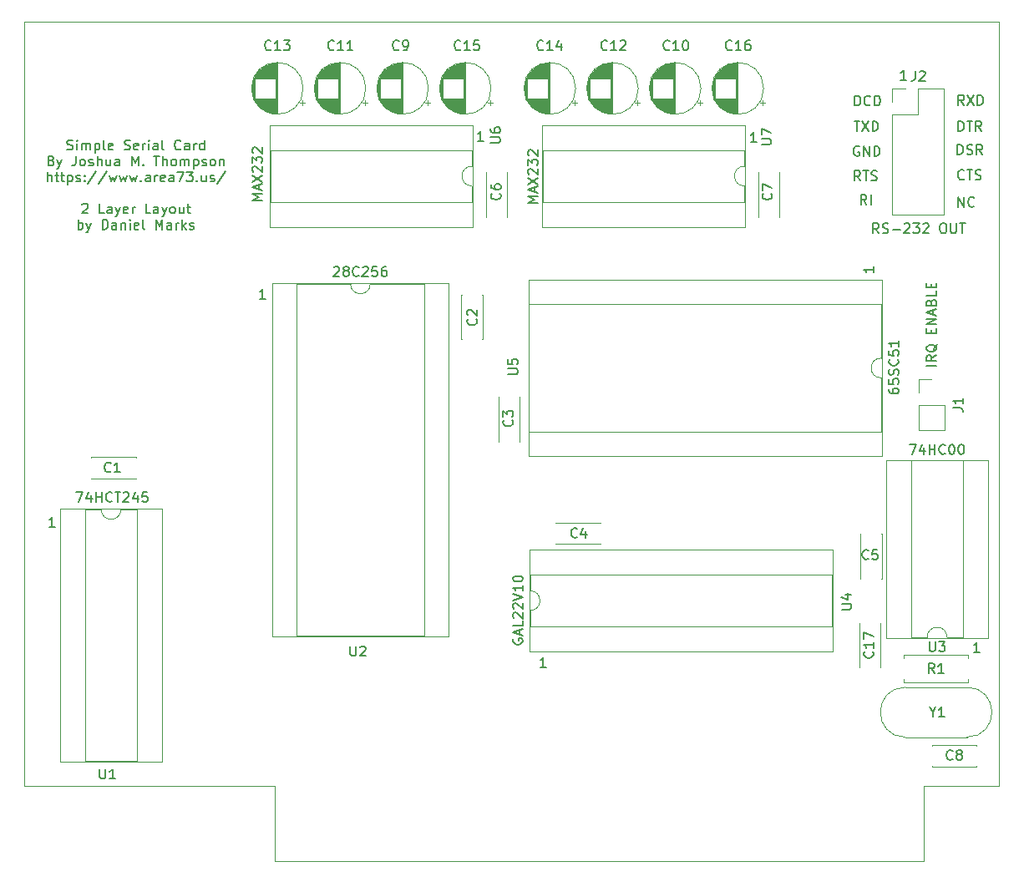
<source format=gbr>
%TF.GenerationSoftware,KiCad,Pcbnew,(6.0.2)*%
%TF.CreationDate,2022-07-07T08:16:39-05:00*%
%TF.ProjectId,ssc,7373632e-6b69-4636-9164-5f7063625858,rev?*%
%TF.SameCoordinates,Original*%
%TF.FileFunction,Legend,Top*%
%TF.FilePolarity,Positive*%
%FSLAX46Y46*%
G04 Gerber Fmt 4.6, Leading zero omitted, Abs format (unit mm)*
G04 Created by KiCad (PCBNEW (6.0.2)) date 2022-07-07 08:16:39*
%MOMM*%
%LPD*%
G01*
G04 APERTURE LIST*
%TA.AperFunction,Profile*%
%ADD10C,0.050000*%
%TD*%
%ADD11C,0.150000*%
%ADD12C,0.120000*%
G04 APERTURE END LIST*
D10*
X127000000Y-127000000D02*
X192786000Y-127000000D01*
X192786000Y-119380000D02*
X200406000Y-119380000D01*
X127000000Y-119380000D02*
X127000000Y-127000000D01*
X101600000Y-41910000D02*
X101600000Y-119380000D01*
X101600000Y-41910000D02*
X200406000Y-41910000D01*
X101600000Y-119380000D02*
X127000000Y-119380000D01*
X200406000Y-41910000D02*
X200406000Y-119380000D01*
X192786000Y-119380000D02*
X192786000Y-127000000D01*
D11*
X185688095Y-52022380D02*
X186259523Y-52022380D01*
X185973809Y-53022380D02*
X185973809Y-52022380D01*
X186497619Y-52022380D02*
X187164285Y-53022380D01*
X187164285Y-52022380D02*
X186497619Y-53022380D01*
X187545238Y-53022380D02*
X187545238Y-52022380D01*
X187783333Y-52022380D01*
X187926190Y-52070000D01*
X188021428Y-52165238D01*
X188069047Y-52260476D01*
X188116666Y-52450952D01*
X188116666Y-52593809D01*
X188069047Y-52784285D01*
X188021428Y-52879523D01*
X187926190Y-52974761D01*
X187783333Y-53022380D01*
X187545238Y-53022380D01*
X186198095Y-54600000D02*
X186102857Y-54552380D01*
X185960000Y-54552380D01*
X185817142Y-54600000D01*
X185721904Y-54695238D01*
X185674285Y-54790476D01*
X185626666Y-54980952D01*
X185626666Y-55123809D01*
X185674285Y-55314285D01*
X185721904Y-55409523D01*
X185817142Y-55504761D01*
X185960000Y-55552380D01*
X186055238Y-55552380D01*
X186198095Y-55504761D01*
X186245714Y-55457142D01*
X186245714Y-55123809D01*
X186055238Y-55123809D01*
X186674285Y-55552380D02*
X186674285Y-54552380D01*
X187245714Y-55552380D01*
X187245714Y-54552380D01*
X187721904Y-55552380D02*
X187721904Y-54552380D01*
X187960000Y-54552380D01*
X188102857Y-54600000D01*
X188198095Y-54695238D01*
X188245714Y-54790476D01*
X188293333Y-54980952D01*
X188293333Y-55123809D01*
X188245714Y-55314285D01*
X188198095Y-55409523D01*
X188102857Y-55504761D01*
X187960000Y-55552380D01*
X187721904Y-55552380D01*
X125674380Y-60070666D02*
X124674380Y-60070666D01*
X125388666Y-59737333D01*
X124674380Y-59404000D01*
X125674380Y-59404000D01*
X125388666Y-58975428D02*
X125388666Y-58499238D01*
X125674380Y-59070666D02*
X124674380Y-58737333D01*
X125674380Y-58404000D01*
X124674380Y-58165904D02*
X125674380Y-57499238D01*
X124674380Y-57499238D02*
X125674380Y-58165904D01*
X124769619Y-57165904D02*
X124722000Y-57118285D01*
X124674380Y-57023047D01*
X124674380Y-56784952D01*
X124722000Y-56689714D01*
X124769619Y-56642095D01*
X124864857Y-56594476D01*
X124960095Y-56594476D01*
X125102952Y-56642095D01*
X125674380Y-57213523D01*
X125674380Y-56594476D01*
X124674380Y-56261142D02*
X124674380Y-55642095D01*
X125055333Y-55975428D01*
X125055333Y-55832571D01*
X125102952Y-55737333D01*
X125150571Y-55689714D01*
X125245809Y-55642095D01*
X125483904Y-55642095D01*
X125579142Y-55689714D01*
X125626761Y-55737333D01*
X125674380Y-55832571D01*
X125674380Y-56118285D01*
X125626761Y-56213523D01*
X125579142Y-56261142D01*
X124769619Y-55261142D02*
X124722000Y-55213523D01*
X124674380Y-55118285D01*
X124674380Y-54880190D01*
X124722000Y-54784952D01*
X124769619Y-54737333D01*
X124864857Y-54689714D01*
X124960095Y-54689714D01*
X125102952Y-54737333D01*
X125674380Y-55308761D01*
X125674380Y-54689714D01*
X104679714Y-93162380D02*
X104108285Y-93162380D01*
X104394000Y-93162380D02*
X104394000Y-92162380D01*
X104298761Y-92305238D01*
X104203523Y-92400476D01*
X104108285Y-92448095D01*
X153614380Y-60324666D02*
X152614380Y-60324666D01*
X153328666Y-59991333D01*
X152614380Y-59658000D01*
X153614380Y-59658000D01*
X153328666Y-59229428D02*
X153328666Y-58753238D01*
X153614380Y-59324666D02*
X152614380Y-58991333D01*
X153614380Y-58658000D01*
X152614380Y-58419904D02*
X153614380Y-57753238D01*
X152614380Y-57753238D02*
X153614380Y-58419904D01*
X152709619Y-57419904D02*
X152662000Y-57372285D01*
X152614380Y-57277047D01*
X152614380Y-57038952D01*
X152662000Y-56943714D01*
X152709619Y-56896095D01*
X152804857Y-56848476D01*
X152900095Y-56848476D01*
X153042952Y-56896095D01*
X153614380Y-57467523D01*
X153614380Y-56848476D01*
X152614380Y-56515142D02*
X152614380Y-55896095D01*
X152995333Y-56229428D01*
X152995333Y-56086571D01*
X153042952Y-55991333D01*
X153090571Y-55943714D01*
X153185809Y-55896095D01*
X153423904Y-55896095D01*
X153519142Y-55943714D01*
X153566761Y-55991333D01*
X153614380Y-56086571D01*
X153614380Y-56372285D01*
X153566761Y-56467523D01*
X153519142Y-56515142D01*
X152709619Y-55515142D02*
X152662000Y-55467523D01*
X152614380Y-55372285D01*
X152614380Y-55134190D01*
X152662000Y-55038952D01*
X152709619Y-54991333D01*
X152804857Y-54943714D01*
X152900095Y-54943714D01*
X153042952Y-54991333D01*
X153614380Y-55562761D01*
X153614380Y-54943714D01*
X196823333Y-50392380D02*
X196490000Y-49916190D01*
X196251904Y-50392380D02*
X196251904Y-49392380D01*
X196632857Y-49392380D01*
X196728095Y-49440000D01*
X196775714Y-49487619D01*
X196823333Y-49582857D01*
X196823333Y-49725714D01*
X196775714Y-49820952D01*
X196728095Y-49868571D01*
X196632857Y-49916190D01*
X196251904Y-49916190D01*
X197156666Y-49392380D02*
X197823333Y-50392380D01*
X197823333Y-49392380D02*
X197156666Y-50392380D01*
X198204285Y-50392380D02*
X198204285Y-49392380D01*
X198442380Y-49392380D01*
X198585238Y-49440000D01*
X198680476Y-49535238D01*
X198728095Y-49630476D01*
X198775714Y-49820952D01*
X198775714Y-49963809D01*
X198728095Y-50154285D01*
X198680476Y-50249523D01*
X198585238Y-50344761D01*
X198442380Y-50392380D01*
X198204285Y-50392380D01*
X154463714Y-107386380D02*
X153892285Y-107386380D01*
X154178000Y-107386380D02*
X154178000Y-106386380D01*
X154082761Y-106529238D01*
X153987523Y-106624476D01*
X153892285Y-106672095D01*
X196234285Y-60712380D02*
X196234285Y-59712380D01*
X196805714Y-60712380D01*
X196805714Y-59712380D01*
X197853333Y-60617142D02*
X197805714Y-60664761D01*
X197662857Y-60712380D01*
X197567619Y-60712380D01*
X197424761Y-60664761D01*
X197329523Y-60569523D01*
X197281904Y-60474285D01*
X197234285Y-60283809D01*
X197234285Y-60140952D01*
X197281904Y-59950476D01*
X197329523Y-59855238D01*
X197424761Y-59760000D01*
X197567619Y-59712380D01*
X197662857Y-59712380D01*
X197805714Y-59760000D01*
X197853333Y-59807619D01*
X132945523Y-66857619D02*
X132993142Y-66810000D01*
X133088380Y-66762380D01*
X133326476Y-66762380D01*
X133421714Y-66810000D01*
X133469333Y-66857619D01*
X133516952Y-66952857D01*
X133516952Y-67048095D01*
X133469333Y-67190952D01*
X132897904Y-67762380D01*
X133516952Y-67762380D01*
X134088380Y-67190952D02*
X133993142Y-67143333D01*
X133945523Y-67095714D01*
X133897904Y-67000476D01*
X133897904Y-66952857D01*
X133945523Y-66857619D01*
X133993142Y-66810000D01*
X134088380Y-66762380D01*
X134278857Y-66762380D01*
X134374095Y-66810000D01*
X134421714Y-66857619D01*
X134469333Y-66952857D01*
X134469333Y-67000476D01*
X134421714Y-67095714D01*
X134374095Y-67143333D01*
X134278857Y-67190952D01*
X134088380Y-67190952D01*
X133993142Y-67238571D01*
X133945523Y-67286190D01*
X133897904Y-67381428D01*
X133897904Y-67571904D01*
X133945523Y-67667142D01*
X133993142Y-67714761D01*
X134088380Y-67762380D01*
X134278857Y-67762380D01*
X134374095Y-67714761D01*
X134421714Y-67667142D01*
X134469333Y-67571904D01*
X134469333Y-67381428D01*
X134421714Y-67286190D01*
X134374095Y-67238571D01*
X134278857Y-67190952D01*
X135469333Y-67667142D02*
X135421714Y-67714761D01*
X135278857Y-67762380D01*
X135183619Y-67762380D01*
X135040761Y-67714761D01*
X134945523Y-67619523D01*
X134897904Y-67524285D01*
X134850285Y-67333809D01*
X134850285Y-67190952D01*
X134897904Y-67000476D01*
X134945523Y-66905238D01*
X135040761Y-66810000D01*
X135183619Y-66762380D01*
X135278857Y-66762380D01*
X135421714Y-66810000D01*
X135469333Y-66857619D01*
X135850285Y-66857619D02*
X135897904Y-66810000D01*
X135993142Y-66762380D01*
X136231238Y-66762380D01*
X136326476Y-66810000D01*
X136374095Y-66857619D01*
X136421714Y-66952857D01*
X136421714Y-67048095D01*
X136374095Y-67190952D01*
X135802666Y-67762380D01*
X136421714Y-67762380D01*
X137326476Y-66762380D02*
X136850285Y-66762380D01*
X136802666Y-67238571D01*
X136850285Y-67190952D01*
X136945523Y-67143333D01*
X137183619Y-67143333D01*
X137278857Y-67190952D01*
X137326476Y-67238571D01*
X137374095Y-67333809D01*
X137374095Y-67571904D01*
X137326476Y-67667142D01*
X137278857Y-67714761D01*
X137183619Y-67762380D01*
X136945523Y-67762380D01*
X136850285Y-67714761D01*
X136802666Y-67667142D01*
X138231238Y-66762380D02*
X138040761Y-66762380D01*
X137945523Y-66810000D01*
X137897904Y-66857619D01*
X137802666Y-67000476D01*
X137755047Y-67190952D01*
X137755047Y-67571904D01*
X137802666Y-67667142D01*
X137850285Y-67714761D01*
X137945523Y-67762380D01*
X138136000Y-67762380D01*
X138231238Y-67714761D01*
X138278857Y-67667142D01*
X138326476Y-67571904D01*
X138326476Y-67333809D01*
X138278857Y-67238571D01*
X138231238Y-67190952D01*
X138136000Y-67143333D01*
X137945523Y-67143333D01*
X137850285Y-67190952D01*
X137802666Y-67238571D01*
X137755047Y-67333809D01*
X105903809Y-54889761D02*
X106046666Y-54937380D01*
X106284761Y-54937380D01*
X106380000Y-54889761D01*
X106427619Y-54842142D01*
X106475238Y-54746904D01*
X106475238Y-54651666D01*
X106427619Y-54556428D01*
X106380000Y-54508809D01*
X106284761Y-54461190D01*
X106094285Y-54413571D01*
X105999047Y-54365952D01*
X105951428Y-54318333D01*
X105903809Y-54223095D01*
X105903809Y-54127857D01*
X105951428Y-54032619D01*
X105999047Y-53985000D01*
X106094285Y-53937380D01*
X106332380Y-53937380D01*
X106475238Y-53985000D01*
X106903809Y-54937380D02*
X106903809Y-54270714D01*
X106903809Y-53937380D02*
X106856190Y-53985000D01*
X106903809Y-54032619D01*
X106951428Y-53985000D01*
X106903809Y-53937380D01*
X106903809Y-54032619D01*
X107380000Y-54937380D02*
X107380000Y-54270714D01*
X107380000Y-54365952D02*
X107427619Y-54318333D01*
X107522857Y-54270714D01*
X107665714Y-54270714D01*
X107760952Y-54318333D01*
X107808571Y-54413571D01*
X107808571Y-54937380D01*
X107808571Y-54413571D02*
X107856190Y-54318333D01*
X107951428Y-54270714D01*
X108094285Y-54270714D01*
X108189523Y-54318333D01*
X108237142Y-54413571D01*
X108237142Y-54937380D01*
X108713333Y-54270714D02*
X108713333Y-55270714D01*
X108713333Y-54318333D02*
X108808571Y-54270714D01*
X108999047Y-54270714D01*
X109094285Y-54318333D01*
X109141904Y-54365952D01*
X109189523Y-54461190D01*
X109189523Y-54746904D01*
X109141904Y-54842142D01*
X109094285Y-54889761D01*
X108999047Y-54937380D01*
X108808571Y-54937380D01*
X108713333Y-54889761D01*
X109760952Y-54937380D02*
X109665714Y-54889761D01*
X109618095Y-54794523D01*
X109618095Y-53937380D01*
X110522857Y-54889761D02*
X110427619Y-54937380D01*
X110237142Y-54937380D01*
X110141904Y-54889761D01*
X110094285Y-54794523D01*
X110094285Y-54413571D01*
X110141904Y-54318333D01*
X110237142Y-54270714D01*
X110427619Y-54270714D01*
X110522857Y-54318333D01*
X110570476Y-54413571D01*
X110570476Y-54508809D01*
X110094285Y-54604047D01*
X111713333Y-54889761D02*
X111856190Y-54937380D01*
X112094285Y-54937380D01*
X112189523Y-54889761D01*
X112237142Y-54842142D01*
X112284761Y-54746904D01*
X112284761Y-54651666D01*
X112237142Y-54556428D01*
X112189523Y-54508809D01*
X112094285Y-54461190D01*
X111903809Y-54413571D01*
X111808571Y-54365952D01*
X111760952Y-54318333D01*
X111713333Y-54223095D01*
X111713333Y-54127857D01*
X111760952Y-54032619D01*
X111808571Y-53985000D01*
X111903809Y-53937380D01*
X112141904Y-53937380D01*
X112284761Y-53985000D01*
X113094285Y-54889761D02*
X112999047Y-54937380D01*
X112808571Y-54937380D01*
X112713333Y-54889761D01*
X112665714Y-54794523D01*
X112665714Y-54413571D01*
X112713333Y-54318333D01*
X112808571Y-54270714D01*
X112999047Y-54270714D01*
X113094285Y-54318333D01*
X113141904Y-54413571D01*
X113141904Y-54508809D01*
X112665714Y-54604047D01*
X113570476Y-54937380D02*
X113570476Y-54270714D01*
X113570476Y-54461190D02*
X113618095Y-54365952D01*
X113665714Y-54318333D01*
X113760952Y-54270714D01*
X113856190Y-54270714D01*
X114189523Y-54937380D02*
X114189523Y-54270714D01*
X114189523Y-53937380D02*
X114141904Y-53985000D01*
X114189523Y-54032619D01*
X114237142Y-53985000D01*
X114189523Y-53937380D01*
X114189523Y-54032619D01*
X115094285Y-54937380D02*
X115094285Y-54413571D01*
X115046666Y-54318333D01*
X114951428Y-54270714D01*
X114760952Y-54270714D01*
X114665714Y-54318333D01*
X115094285Y-54889761D02*
X114999047Y-54937380D01*
X114760952Y-54937380D01*
X114665714Y-54889761D01*
X114618095Y-54794523D01*
X114618095Y-54699285D01*
X114665714Y-54604047D01*
X114760952Y-54556428D01*
X114999047Y-54556428D01*
X115094285Y-54508809D01*
X115713333Y-54937380D02*
X115618095Y-54889761D01*
X115570476Y-54794523D01*
X115570476Y-53937380D01*
X117427619Y-54842142D02*
X117380000Y-54889761D01*
X117237142Y-54937380D01*
X117141904Y-54937380D01*
X116999047Y-54889761D01*
X116903809Y-54794523D01*
X116856190Y-54699285D01*
X116808571Y-54508809D01*
X116808571Y-54365952D01*
X116856190Y-54175476D01*
X116903809Y-54080238D01*
X116999047Y-53985000D01*
X117141904Y-53937380D01*
X117237142Y-53937380D01*
X117380000Y-53985000D01*
X117427619Y-54032619D01*
X118284761Y-54937380D02*
X118284761Y-54413571D01*
X118237142Y-54318333D01*
X118141904Y-54270714D01*
X117951428Y-54270714D01*
X117856190Y-54318333D01*
X118284761Y-54889761D02*
X118189523Y-54937380D01*
X117951428Y-54937380D01*
X117856190Y-54889761D01*
X117808571Y-54794523D01*
X117808571Y-54699285D01*
X117856190Y-54604047D01*
X117951428Y-54556428D01*
X118189523Y-54556428D01*
X118284761Y-54508809D01*
X118760952Y-54937380D02*
X118760952Y-54270714D01*
X118760952Y-54461190D02*
X118808571Y-54365952D01*
X118856190Y-54318333D01*
X118951428Y-54270714D01*
X119046666Y-54270714D01*
X119808571Y-54937380D02*
X119808571Y-53937380D01*
X119808571Y-54889761D02*
X119713333Y-54937380D01*
X119522857Y-54937380D01*
X119427619Y-54889761D01*
X119380000Y-54842142D01*
X119332380Y-54746904D01*
X119332380Y-54461190D01*
X119380000Y-54365952D01*
X119427619Y-54318333D01*
X119522857Y-54270714D01*
X119713333Y-54270714D01*
X119808571Y-54318333D01*
X104308571Y-56023571D02*
X104451428Y-56071190D01*
X104499047Y-56118809D01*
X104546666Y-56214047D01*
X104546666Y-56356904D01*
X104499047Y-56452142D01*
X104451428Y-56499761D01*
X104356190Y-56547380D01*
X103975238Y-56547380D01*
X103975238Y-55547380D01*
X104308571Y-55547380D01*
X104403809Y-55595000D01*
X104451428Y-55642619D01*
X104499047Y-55737857D01*
X104499047Y-55833095D01*
X104451428Y-55928333D01*
X104403809Y-55975952D01*
X104308571Y-56023571D01*
X103975238Y-56023571D01*
X104880000Y-55880714D02*
X105118095Y-56547380D01*
X105356190Y-55880714D02*
X105118095Y-56547380D01*
X105022857Y-56785476D01*
X104975238Y-56833095D01*
X104880000Y-56880714D01*
X106784761Y-55547380D02*
X106784761Y-56261666D01*
X106737142Y-56404523D01*
X106641904Y-56499761D01*
X106499047Y-56547380D01*
X106403809Y-56547380D01*
X107403809Y-56547380D02*
X107308571Y-56499761D01*
X107260952Y-56452142D01*
X107213333Y-56356904D01*
X107213333Y-56071190D01*
X107260952Y-55975952D01*
X107308571Y-55928333D01*
X107403809Y-55880714D01*
X107546666Y-55880714D01*
X107641904Y-55928333D01*
X107689523Y-55975952D01*
X107737142Y-56071190D01*
X107737142Y-56356904D01*
X107689523Y-56452142D01*
X107641904Y-56499761D01*
X107546666Y-56547380D01*
X107403809Y-56547380D01*
X108118095Y-56499761D02*
X108213333Y-56547380D01*
X108403809Y-56547380D01*
X108499047Y-56499761D01*
X108546666Y-56404523D01*
X108546666Y-56356904D01*
X108499047Y-56261666D01*
X108403809Y-56214047D01*
X108260952Y-56214047D01*
X108165714Y-56166428D01*
X108118095Y-56071190D01*
X108118095Y-56023571D01*
X108165714Y-55928333D01*
X108260952Y-55880714D01*
X108403809Y-55880714D01*
X108499047Y-55928333D01*
X108975238Y-56547380D02*
X108975238Y-55547380D01*
X109403809Y-56547380D02*
X109403809Y-56023571D01*
X109356190Y-55928333D01*
X109260952Y-55880714D01*
X109118095Y-55880714D01*
X109022857Y-55928333D01*
X108975238Y-55975952D01*
X110308571Y-55880714D02*
X110308571Y-56547380D01*
X109880000Y-55880714D02*
X109880000Y-56404523D01*
X109927619Y-56499761D01*
X110022857Y-56547380D01*
X110165714Y-56547380D01*
X110260952Y-56499761D01*
X110308571Y-56452142D01*
X111213333Y-56547380D02*
X111213333Y-56023571D01*
X111165714Y-55928333D01*
X111070476Y-55880714D01*
X110880000Y-55880714D01*
X110784761Y-55928333D01*
X111213333Y-56499761D02*
X111118095Y-56547380D01*
X110880000Y-56547380D01*
X110784761Y-56499761D01*
X110737142Y-56404523D01*
X110737142Y-56309285D01*
X110784761Y-56214047D01*
X110880000Y-56166428D01*
X111118095Y-56166428D01*
X111213333Y-56118809D01*
X112451428Y-56547380D02*
X112451428Y-55547380D01*
X112784761Y-56261666D01*
X113118095Y-55547380D01*
X113118095Y-56547380D01*
X113594285Y-56452142D02*
X113641904Y-56499761D01*
X113594285Y-56547380D01*
X113546666Y-56499761D01*
X113594285Y-56452142D01*
X113594285Y-56547380D01*
X114689523Y-55547380D02*
X115260952Y-55547380D01*
X114975238Y-56547380D02*
X114975238Y-55547380D01*
X115594285Y-56547380D02*
X115594285Y-55547380D01*
X116022857Y-56547380D02*
X116022857Y-56023571D01*
X115975238Y-55928333D01*
X115880000Y-55880714D01*
X115737142Y-55880714D01*
X115641904Y-55928333D01*
X115594285Y-55975952D01*
X116641904Y-56547380D02*
X116546666Y-56499761D01*
X116499047Y-56452142D01*
X116451428Y-56356904D01*
X116451428Y-56071190D01*
X116499047Y-55975952D01*
X116546666Y-55928333D01*
X116641904Y-55880714D01*
X116784761Y-55880714D01*
X116880000Y-55928333D01*
X116927619Y-55975952D01*
X116975238Y-56071190D01*
X116975238Y-56356904D01*
X116927619Y-56452142D01*
X116880000Y-56499761D01*
X116784761Y-56547380D01*
X116641904Y-56547380D01*
X117403809Y-56547380D02*
X117403809Y-55880714D01*
X117403809Y-55975952D02*
X117451428Y-55928333D01*
X117546666Y-55880714D01*
X117689523Y-55880714D01*
X117784761Y-55928333D01*
X117832380Y-56023571D01*
X117832380Y-56547380D01*
X117832380Y-56023571D02*
X117880000Y-55928333D01*
X117975238Y-55880714D01*
X118118095Y-55880714D01*
X118213333Y-55928333D01*
X118260952Y-56023571D01*
X118260952Y-56547380D01*
X118737142Y-55880714D02*
X118737142Y-56880714D01*
X118737142Y-55928333D02*
X118832380Y-55880714D01*
X119022857Y-55880714D01*
X119118095Y-55928333D01*
X119165714Y-55975952D01*
X119213333Y-56071190D01*
X119213333Y-56356904D01*
X119165714Y-56452142D01*
X119118095Y-56499761D01*
X119022857Y-56547380D01*
X118832380Y-56547380D01*
X118737142Y-56499761D01*
X119594285Y-56499761D02*
X119689523Y-56547380D01*
X119880000Y-56547380D01*
X119975238Y-56499761D01*
X120022857Y-56404523D01*
X120022857Y-56356904D01*
X119975238Y-56261666D01*
X119880000Y-56214047D01*
X119737142Y-56214047D01*
X119641904Y-56166428D01*
X119594285Y-56071190D01*
X119594285Y-56023571D01*
X119641904Y-55928333D01*
X119737142Y-55880714D01*
X119880000Y-55880714D01*
X119975238Y-55928333D01*
X120594285Y-56547380D02*
X120499047Y-56499761D01*
X120451428Y-56452142D01*
X120403809Y-56356904D01*
X120403809Y-56071190D01*
X120451428Y-55975952D01*
X120499047Y-55928333D01*
X120594285Y-55880714D01*
X120737142Y-55880714D01*
X120832380Y-55928333D01*
X120880000Y-55975952D01*
X120927619Y-56071190D01*
X120927619Y-56356904D01*
X120880000Y-56452142D01*
X120832380Y-56499761D01*
X120737142Y-56547380D01*
X120594285Y-56547380D01*
X121356190Y-55880714D02*
X121356190Y-56547380D01*
X121356190Y-55975952D02*
X121403809Y-55928333D01*
X121499047Y-55880714D01*
X121641904Y-55880714D01*
X121737142Y-55928333D01*
X121784761Y-56023571D01*
X121784761Y-56547380D01*
X103927619Y-58157380D02*
X103927619Y-57157380D01*
X104356190Y-58157380D02*
X104356190Y-57633571D01*
X104308571Y-57538333D01*
X104213333Y-57490714D01*
X104070476Y-57490714D01*
X103975238Y-57538333D01*
X103927619Y-57585952D01*
X104689523Y-57490714D02*
X105070476Y-57490714D01*
X104832380Y-57157380D02*
X104832380Y-58014523D01*
X104880000Y-58109761D01*
X104975238Y-58157380D01*
X105070476Y-58157380D01*
X105260952Y-57490714D02*
X105641904Y-57490714D01*
X105403809Y-57157380D02*
X105403809Y-58014523D01*
X105451428Y-58109761D01*
X105546666Y-58157380D01*
X105641904Y-58157380D01*
X105975238Y-57490714D02*
X105975238Y-58490714D01*
X105975238Y-57538333D02*
X106070476Y-57490714D01*
X106260952Y-57490714D01*
X106356190Y-57538333D01*
X106403809Y-57585952D01*
X106451428Y-57681190D01*
X106451428Y-57966904D01*
X106403809Y-58062142D01*
X106356190Y-58109761D01*
X106260952Y-58157380D01*
X106070476Y-58157380D01*
X105975238Y-58109761D01*
X106832380Y-58109761D02*
X106927619Y-58157380D01*
X107118095Y-58157380D01*
X107213333Y-58109761D01*
X107260952Y-58014523D01*
X107260952Y-57966904D01*
X107213333Y-57871666D01*
X107118095Y-57824047D01*
X106975238Y-57824047D01*
X106880000Y-57776428D01*
X106832380Y-57681190D01*
X106832380Y-57633571D01*
X106880000Y-57538333D01*
X106975238Y-57490714D01*
X107118095Y-57490714D01*
X107213333Y-57538333D01*
X107689523Y-58062142D02*
X107737142Y-58109761D01*
X107689523Y-58157380D01*
X107641904Y-58109761D01*
X107689523Y-58062142D01*
X107689523Y-58157380D01*
X107689523Y-57538333D02*
X107737142Y-57585952D01*
X107689523Y-57633571D01*
X107641904Y-57585952D01*
X107689523Y-57538333D01*
X107689523Y-57633571D01*
X108880000Y-57109761D02*
X108022857Y-58395476D01*
X109927619Y-57109761D02*
X109070476Y-58395476D01*
X110165714Y-57490714D02*
X110356190Y-58157380D01*
X110546666Y-57681190D01*
X110737142Y-58157380D01*
X110927619Y-57490714D01*
X111213333Y-57490714D02*
X111403809Y-58157380D01*
X111594285Y-57681190D01*
X111784761Y-58157380D01*
X111975238Y-57490714D01*
X112260952Y-57490714D02*
X112451428Y-58157380D01*
X112641904Y-57681190D01*
X112832380Y-58157380D01*
X113022857Y-57490714D01*
X113403809Y-58062142D02*
X113451428Y-58109761D01*
X113403809Y-58157380D01*
X113356190Y-58109761D01*
X113403809Y-58062142D01*
X113403809Y-58157380D01*
X114308571Y-58157380D02*
X114308571Y-57633571D01*
X114260952Y-57538333D01*
X114165714Y-57490714D01*
X113975238Y-57490714D01*
X113880000Y-57538333D01*
X114308571Y-58109761D02*
X114213333Y-58157380D01*
X113975238Y-58157380D01*
X113880000Y-58109761D01*
X113832380Y-58014523D01*
X113832380Y-57919285D01*
X113880000Y-57824047D01*
X113975238Y-57776428D01*
X114213333Y-57776428D01*
X114308571Y-57728809D01*
X114784761Y-58157380D02*
X114784761Y-57490714D01*
X114784761Y-57681190D02*
X114832380Y-57585952D01*
X114880000Y-57538333D01*
X114975238Y-57490714D01*
X115070476Y-57490714D01*
X115784761Y-58109761D02*
X115689523Y-58157380D01*
X115499047Y-58157380D01*
X115403809Y-58109761D01*
X115356190Y-58014523D01*
X115356190Y-57633571D01*
X115403809Y-57538333D01*
X115499047Y-57490714D01*
X115689523Y-57490714D01*
X115784761Y-57538333D01*
X115832380Y-57633571D01*
X115832380Y-57728809D01*
X115356190Y-57824047D01*
X116689523Y-58157380D02*
X116689523Y-57633571D01*
X116641904Y-57538333D01*
X116546666Y-57490714D01*
X116356190Y-57490714D01*
X116260952Y-57538333D01*
X116689523Y-58109761D02*
X116594285Y-58157380D01*
X116356190Y-58157380D01*
X116260952Y-58109761D01*
X116213333Y-58014523D01*
X116213333Y-57919285D01*
X116260952Y-57824047D01*
X116356190Y-57776428D01*
X116594285Y-57776428D01*
X116689523Y-57728809D01*
X117070476Y-57157380D02*
X117737142Y-57157380D01*
X117308571Y-58157380D01*
X118022857Y-57157380D02*
X118641904Y-57157380D01*
X118308571Y-57538333D01*
X118451428Y-57538333D01*
X118546666Y-57585952D01*
X118594285Y-57633571D01*
X118641904Y-57728809D01*
X118641904Y-57966904D01*
X118594285Y-58062142D01*
X118546666Y-58109761D01*
X118451428Y-58157380D01*
X118165714Y-58157380D01*
X118070476Y-58109761D01*
X118022857Y-58062142D01*
X119070476Y-58062142D02*
X119118095Y-58109761D01*
X119070476Y-58157380D01*
X119022857Y-58109761D01*
X119070476Y-58062142D01*
X119070476Y-58157380D01*
X119975238Y-57490714D02*
X119975238Y-58157380D01*
X119546666Y-57490714D02*
X119546666Y-58014523D01*
X119594285Y-58109761D01*
X119689523Y-58157380D01*
X119832380Y-58157380D01*
X119927619Y-58109761D01*
X119975238Y-58062142D01*
X120403809Y-58109761D02*
X120499047Y-58157380D01*
X120689523Y-58157380D01*
X120784761Y-58109761D01*
X120832380Y-58014523D01*
X120832380Y-57966904D01*
X120784761Y-57871666D01*
X120689523Y-57824047D01*
X120546666Y-57824047D01*
X120451428Y-57776428D01*
X120403809Y-57681190D01*
X120403809Y-57633571D01*
X120451428Y-57538333D01*
X120546666Y-57490714D01*
X120689523Y-57490714D01*
X120784761Y-57538333D01*
X121975238Y-57109761D02*
X121118095Y-58395476D01*
X107427619Y-60472619D02*
X107475238Y-60425000D01*
X107570476Y-60377380D01*
X107808571Y-60377380D01*
X107903809Y-60425000D01*
X107951428Y-60472619D01*
X107999047Y-60567857D01*
X107999047Y-60663095D01*
X107951428Y-60805952D01*
X107380000Y-61377380D01*
X107999047Y-61377380D01*
X109665714Y-61377380D02*
X109189523Y-61377380D01*
X109189523Y-60377380D01*
X110427619Y-61377380D02*
X110427619Y-60853571D01*
X110380000Y-60758333D01*
X110284761Y-60710714D01*
X110094285Y-60710714D01*
X109999047Y-60758333D01*
X110427619Y-61329761D02*
X110332380Y-61377380D01*
X110094285Y-61377380D01*
X109999047Y-61329761D01*
X109951428Y-61234523D01*
X109951428Y-61139285D01*
X109999047Y-61044047D01*
X110094285Y-60996428D01*
X110332380Y-60996428D01*
X110427619Y-60948809D01*
X110808571Y-60710714D02*
X111046666Y-61377380D01*
X111284761Y-60710714D02*
X111046666Y-61377380D01*
X110951428Y-61615476D01*
X110903809Y-61663095D01*
X110808571Y-61710714D01*
X112046666Y-61329761D02*
X111951428Y-61377380D01*
X111760952Y-61377380D01*
X111665714Y-61329761D01*
X111618095Y-61234523D01*
X111618095Y-60853571D01*
X111665714Y-60758333D01*
X111760952Y-60710714D01*
X111951428Y-60710714D01*
X112046666Y-60758333D01*
X112094285Y-60853571D01*
X112094285Y-60948809D01*
X111618095Y-61044047D01*
X112522857Y-61377380D02*
X112522857Y-60710714D01*
X112522857Y-60901190D02*
X112570476Y-60805952D01*
X112618095Y-60758333D01*
X112713333Y-60710714D01*
X112808571Y-60710714D01*
X114380000Y-61377380D02*
X113903809Y-61377380D01*
X113903809Y-60377380D01*
X115141904Y-61377380D02*
X115141904Y-60853571D01*
X115094285Y-60758333D01*
X114999047Y-60710714D01*
X114808571Y-60710714D01*
X114713333Y-60758333D01*
X115141904Y-61329761D02*
X115046666Y-61377380D01*
X114808571Y-61377380D01*
X114713333Y-61329761D01*
X114665714Y-61234523D01*
X114665714Y-61139285D01*
X114713333Y-61044047D01*
X114808571Y-60996428D01*
X115046666Y-60996428D01*
X115141904Y-60948809D01*
X115522857Y-60710714D02*
X115760952Y-61377380D01*
X115999047Y-60710714D02*
X115760952Y-61377380D01*
X115665714Y-61615476D01*
X115618095Y-61663095D01*
X115522857Y-61710714D01*
X116522857Y-61377380D02*
X116427619Y-61329761D01*
X116380000Y-61282142D01*
X116332380Y-61186904D01*
X116332380Y-60901190D01*
X116380000Y-60805952D01*
X116427619Y-60758333D01*
X116522857Y-60710714D01*
X116665714Y-60710714D01*
X116760952Y-60758333D01*
X116808571Y-60805952D01*
X116856190Y-60901190D01*
X116856190Y-61186904D01*
X116808571Y-61282142D01*
X116760952Y-61329761D01*
X116665714Y-61377380D01*
X116522857Y-61377380D01*
X117713333Y-60710714D02*
X117713333Y-61377380D01*
X117284761Y-60710714D02*
X117284761Y-61234523D01*
X117332380Y-61329761D01*
X117427619Y-61377380D01*
X117570476Y-61377380D01*
X117665714Y-61329761D01*
X117713333Y-61282142D01*
X118046666Y-60710714D02*
X118427619Y-60710714D01*
X118189523Y-60377380D02*
X118189523Y-61234523D01*
X118237142Y-61329761D01*
X118332380Y-61377380D01*
X118427619Y-61377380D01*
X107046666Y-62987380D02*
X107046666Y-61987380D01*
X107046666Y-62368333D02*
X107141904Y-62320714D01*
X107332380Y-62320714D01*
X107427619Y-62368333D01*
X107475238Y-62415952D01*
X107522857Y-62511190D01*
X107522857Y-62796904D01*
X107475238Y-62892142D01*
X107427619Y-62939761D01*
X107332380Y-62987380D01*
X107141904Y-62987380D01*
X107046666Y-62939761D01*
X107856190Y-62320714D02*
X108094285Y-62987380D01*
X108332380Y-62320714D02*
X108094285Y-62987380D01*
X107999047Y-63225476D01*
X107951428Y-63273095D01*
X107856190Y-63320714D01*
X109475238Y-62987380D02*
X109475238Y-61987380D01*
X109713333Y-61987380D01*
X109856190Y-62035000D01*
X109951428Y-62130238D01*
X109999047Y-62225476D01*
X110046666Y-62415952D01*
X110046666Y-62558809D01*
X109999047Y-62749285D01*
X109951428Y-62844523D01*
X109856190Y-62939761D01*
X109713333Y-62987380D01*
X109475238Y-62987380D01*
X110903809Y-62987380D02*
X110903809Y-62463571D01*
X110856190Y-62368333D01*
X110760952Y-62320714D01*
X110570476Y-62320714D01*
X110475238Y-62368333D01*
X110903809Y-62939761D02*
X110808571Y-62987380D01*
X110570476Y-62987380D01*
X110475238Y-62939761D01*
X110427619Y-62844523D01*
X110427619Y-62749285D01*
X110475238Y-62654047D01*
X110570476Y-62606428D01*
X110808571Y-62606428D01*
X110903809Y-62558809D01*
X111380000Y-62320714D02*
X111380000Y-62987380D01*
X111380000Y-62415952D02*
X111427619Y-62368333D01*
X111522857Y-62320714D01*
X111665714Y-62320714D01*
X111760952Y-62368333D01*
X111808571Y-62463571D01*
X111808571Y-62987380D01*
X112284761Y-62987380D02*
X112284761Y-62320714D01*
X112284761Y-61987380D02*
X112237142Y-62035000D01*
X112284761Y-62082619D01*
X112332380Y-62035000D01*
X112284761Y-61987380D01*
X112284761Y-62082619D01*
X113141904Y-62939761D02*
X113046666Y-62987380D01*
X112856190Y-62987380D01*
X112760952Y-62939761D01*
X112713333Y-62844523D01*
X112713333Y-62463571D01*
X112760952Y-62368333D01*
X112856190Y-62320714D01*
X113046666Y-62320714D01*
X113141904Y-62368333D01*
X113189523Y-62463571D01*
X113189523Y-62558809D01*
X112713333Y-62654047D01*
X113760952Y-62987380D02*
X113665714Y-62939761D01*
X113618095Y-62844523D01*
X113618095Y-61987380D01*
X114903809Y-62987380D02*
X114903809Y-61987380D01*
X115237142Y-62701666D01*
X115570476Y-61987380D01*
X115570476Y-62987380D01*
X116475238Y-62987380D02*
X116475238Y-62463571D01*
X116427619Y-62368333D01*
X116332380Y-62320714D01*
X116141904Y-62320714D01*
X116046666Y-62368333D01*
X116475238Y-62939761D02*
X116380000Y-62987380D01*
X116141904Y-62987380D01*
X116046666Y-62939761D01*
X115999047Y-62844523D01*
X115999047Y-62749285D01*
X116046666Y-62654047D01*
X116141904Y-62606428D01*
X116380000Y-62606428D01*
X116475238Y-62558809D01*
X116951428Y-62987380D02*
X116951428Y-62320714D01*
X116951428Y-62511190D02*
X116999047Y-62415952D01*
X117046666Y-62368333D01*
X117141904Y-62320714D01*
X117237142Y-62320714D01*
X117570476Y-62987380D02*
X117570476Y-61987380D01*
X117665714Y-62606428D02*
X117951428Y-62987380D01*
X117951428Y-62320714D02*
X117570476Y-62701666D01*
X118332380Y-62939761D02*
X118427619Y-62987380D01*
X118618095Y-62987380D01*
X118713333Y-62939761D01*
X118760952Y-62844523D01*
X118760952Y-62796904D01*
X118713333Y-62701666D01*
X118618095Y-62654047D01*
X118475238Y-62654047D01*
X118380000Y-62606428D01*
X118332380Y-62511190D01*
X118332380Y-62463571D01*
X118380000Y-62368333D01*
X118475238Y-62320714D01*
X118618095Y-62320714D01*
X118713333Y-62368333D01*
X175785714Y-54152380D02*
X175214285Y-54152380D01*
X175500000Y-54152380D02*
X175500000Y-53152380D01*
X175404761Y-53295238D01*
X175309523Y-53390476D01*
X175214285Y-53438095D01*
X196822380Y-57867142D02*
X196774761Y-57914761D01*
X196631904Y-57962380D01*
X196536666Y-57962380D01*
X196393809Y-57914761D01*
X196298571Y-57819523D01*
X196250952Y-57724285D01*
X196203333Y-57533809D01*
X196203333Y-57390952D01*
X196250952Y-57200476D01*
X196298571Y-57105238D01*
X196393809Y-57010000D01*
X196536666Y-56962380D01*
X196631904Y-56962380D01*
X196774761Y-57010000D01*
X196822380Y-57057619D01*
X197108095Y-56962380D02*
X197679523Y-56962380D01*
X197393809Y-57962380D02*
X197393809Y-56962380D01*
X197965238Y-57914761D02*
X198108095Y-57962380D01*
X198346190Y-57962380D01*
X198441428Y-57914761D01*
X198489047Y-57867142D01*
X198536666Y-57771904D01*
X198536666Y-57676666D01*
X198489047Y-57581428D01*
X198441428Y-57533809D01*
X198346190Y-57486190D01*
X198155714Y-57438571D01*
X198060476Y-57390952D01*
X198012857Y-57343333D01*
X197965238Y-57248095D01*
X197965238Y-57152857D01*
X198012857Y-57057619D01*
X198060476Y-57010000D01*
X198155714Y-56962380D01*
X198393809Y-56962380D01*
X198536666Y-57010000D01*
X189190380Y-79176285D02*
X189190380Y-79366761D01*
X189238000Y-79462000D01*
X189285619Y-79509619D01*
X189428476Y-79604857D01*
X189618952Y-79652476D01*
X189999904Y-79652476D01*
X190095142Y-79604857D01*
X190142761Y-79557238D01*
X190190380Y-79462000D01*
X190190380Y-79271523D01*
X190142761Y-79176285D01*
X190095142Y-79128666D01*
X189999904Y-79081047D01*
X189761809Y-79081047D01*
X189666571Y-79128666D01*
X189618952Y-79176285D01*
X189571333Y-79271523D01*
X189571333Y-79462000D01*
X189618952Y-79557238D01*
X189666571Y-79604857D01*
X189761809Y-79652476D01*
X189190380Y-78176285D02*
X189190380Y-78652476D01*
X189666571Y-78700095D01*
X189618952Y-78652476D01*
X189571333Y-78557238D01*
X189571333Y-78319142D01*
X189618952Y-78223904D01*
X189666571Y-78176285D01*
X189761809Y-78128666D01*
X189999904Y-78128666D01*
X190095142Y-78176285D01*
X190142761Y-78223904D01*
X190190380Y-78319142D01*
X190190380Y-78557238D01*
X190142761Y-78652476D01*
X190095142Y-78700095D01*
X190142761Y-77747714D02*
X190190380Y-77604857D01*
X190190380Y-77366761D01*
X190142761Y-77271523D01*
X190095142Y-77223904D01*
X189999904Y-77176285D01*
X189904666Y-77176285D01*
X189809428Y-77223904D01*
X189761809Y-77271523D01*
X189714190Y-77366761D01*
X189666571Y-77557238D01*
X189618952Y-77652476D01*
X189571333Y-77700095D01*
X189476095Y-77747714D01*
X189380857Y-77747714D01*
X189285619Y-77700095D01*
X189238000Y-77652476D01*
X189190380Y-77557238D01*
X189190380Y-77319142D01*
X189238000Y-77176285D01*
X190095142Y-76176285D02*
X190142761Y-76223904D01*
X190190380Y-76366761D01*
X190190380Y-76462000D01*
X190142761Y-76604857D01*
X190047523Y-76700095D01*
X189952285Y-76747714D01*
X189761809Y-76795333D01*
X189618952Y-76795333D01*
X189428476Y-76747714D01*
X189333238Y-76700095D01*
X189238000Y-76604857D01*
X189190380Y-76462000D01*
X189190380Y-76366761D01*
X189238000Y-76223904D01*
X189285619Y-76176285D01*
X189190380Y-75271523D02*
X189190380Y-75747714D01*
X189666571Y-75795333D01*
X189618952Y-75747714D01*
X189571333Y-75652476D01*
X189571333Y-75414380D01*
X189618952Y-75319142D01*
X189666571Y-75271523D01*
X189761809Y-75223904D01*
X189999904Y-75223904D01*
X190095142Y-75271523D01*
X190142761Y-75319142D01*
X190190380Y-75414380D01*
X190190380Y-75652476D01*
X190142761Y-75747714D01*
X190095142Y-75795333D01*
X190190380Y-74271523D02*
X190190380Y-74842952D01*
X190190380Y-74557238D02*
X189190380Y-74557238D01*
X189333238Y-74652476D01*
X189428476Y-74747714D01*
X189476095Y-74842952D01*
X151138000Y-104504761D02*
X151090380Y-104600000D01*
X151090380Y-104742857D01*
X151138000Y-104885714D01*
X151233238Y-104980952D01*
X151328476Y-105028571D01*
X151518952Y-105076190D01*
X151661809Y-105076190D01*
X151852285Y-105028571D01*
X151947523Y-104980952D01*
X152042761Y-104885714D01*
X152090380Y-104742857D01*
X152090380Y-104647619D01*
X152042761Y-104504761D01*
X151995142Y-104457142D01*
X151661809Y-104457142D01*
X151661809Y-104647619D01*
X151804666Y-104076190D02*
X151804666Y-103600000D01*
X152090380Y-104171428D02*
X151090380Y-103838095D01*
X152090380Y-103504761D01*
X152090380Y-102695238D02*
X152090380Y-103171428D01*
X151090380Y-103171428D01*
X151185619Y-102409523D02*
X151138000Y-102361904D01*
X151090380Y-102266666D01*
X151090380Y-102028571D01*
X151138000Y-101933333D01*
X151185619Y-101885714D01*
X151280857Y-101838095D01*
X151376095Y-101838095D01*
X151518952Y-101885714D01*
X152090380Y-102457142D01*
X152090380Y-101838095D01*
X151185619Y-101457142D02*
X151138000Y-101409523D01*
X151090380Y-101314285D01*
X151090380Y-101076190D01*
X151138000Y-100980952D01*
X151185619Y-100933333D01*
X151280857Y-100885714D01*
X151376095Y-100885714D01*
X151518952Y-100933333D01*
X152090380Y-101504761D01*
X152090380Y-100885714D01*
X151090380Y-100600000D02*
X152090380Y-100266666D01*
X151090380Y-99933333D01*
X152090380Y-99076190D02*
X152090380Y-99647619D01*
X152090380Y-99361904D02*
X151090380Y-99361904D01*
X151233238Y-99457142D01*
X151328476Y-99552380D01*
X151376095Y-99647619D01*
X151090380Y-98457142D02*
X151090380Y-98361904D01*
X151138000Y-98266666D01*
X151185619Y-98219047D01*
X151280857Y-98171428D01*
X151471333Y-98123809D01*
X151709428Y-98123809D01*
X151899904Y-98171428D01*
X151995142Y-98219047D01*
X152042761Y-98266666D01*
X152090380Y-98361904D01*
X152090380Y-98457142D01*
X152042761Y-98552380D01*
X151995142Y-98600000D01*
X151899904Y-98647619D01*
X151709428Y-98695238D01*
X151471333Y-98695238D01*
X151280857Y-98647619D01*
X151185619Y-98600000D01*
X151138000Y-98552380D01*
X151090380Y-98457142D01*
X196257142Y-53032380D02*
X196257142Y-52032380D01*
X196495238Y-52032380D01*
X196638095Y-52080000D01*
X196733333Y-52175238D01*
X196780952Y-52270476D01*
X196828571Y-52460952D01*
X196828571Y-52603809D01*
X196780952Y-52794285D01*
X196733333Y-52889523D01*
X196638095Y-52984761D01*
X196495238Y-53032380D01*
X196257142Y-53032380D01*
X197114285Y-52032380D02*
X197685714Y-52032380D01*
X197400000Y-53032380D02*
X197400000Y-52032380D01*
X198590476Y-53032380D02*
X198257142Y-52556190D01*
X198019047Y-53032380D02*
X198019047Y-52032380D01*
X198400000Y-52032380D01*
X198495238Y-52080000D01*
X198542857Y-52127619D01*
X198590476Y-52222857D01*
X198590476Y-52365714D01*
X198542857Y-52460952D01*
X198495238Y-52508571D01*
X198400000Y-52556190D01*
X198019047Y-52556190D01*
X198405714Y-105862380D02*
X197834285Y-105862380D01*
X198120000Y-105862380D02*
X198120000Y-104862380D01*
X198024761Y-105005238D01*
X197929523Y-105100476D01*
X197834285Y-105148095D01*
X186941428Y-60472380D02*
X186608095Y-59996190D01*
X186370000Y-60472380D02*
X186370000Y-59472380D01*
X186750952Y-59472380D01*
X186846190Y-59520000D01*
X186893809Y-59567619D01*
X186941428Y-59662857D01*
X186941428Y-59805714D01*
X186893809Y-59900952D01*
X186846190Y-59948571D01*
X186750952Y-59996190D01*
X186370000Y-59996190D01*
X187370000Y-60472380D02*
X187370000Y-59472380D01*
X191304285Y-84796380D02*
X191970952Y-84796380D01*
X191542380Y-85796380D01*
X192780476Y-85129714D02*
X192780476Y-85796380D01*
X192542380Y-84748761D02*
X192304285Y-85463047D01*
X192923333Y-85463047D01*
X193304285Y-85796380D02*
X193304285Y-84796380D01*
X193304285Y-85272571D02*
X193875714Y-85272571D01*
X193875714Y-85796380D02*
X193875714Y-84796380D01*
X194923333Y-85701142D02*
X194875714Y-85748761D01*
X194732857Y-85796380D01*
X194637619Y-85796380D01*
X194494761Y-85748761D01*
X194399523Y-85653523D01*
X194351904Y-85558285D01*
X194304285Y-85367809D01*
X194304285Y-85224952D01*
X194351904Y-85034476D01*
X194399523Y-84939238D01*
X194494761Y-84844000D01*
X194637619Y-84796380D01*
X194732857Y-84796380D01*
X194875714Y-84844000D01*
X194923333Y-84891619D01*
X195542380Y-84796380D02*
X195637619Y-84796380D01*
X195732857Y-84844000D01*
X195780476Y-84891619D01*
X195828095Y-84986857D01*
X195875714Y-85177333D01*
X195875714Y-85415428D01*
X195828095Y-85605904D01*
X195780476Y-85701142D01*
X195732857Y-85748761D01*
X195637619Y-85796380D01*
X195542380Y-85796380D01*
X195447142Y-85748761D01*
X195399523Y-85701142D01*
X195351904Y-85605904D01*
X195304285Y-85415428D01*
X195304285Y-85177333D01*
X195351904Y-84986857D01*
X195399523Y-84891619D01*
X195447142Y-84844000D01*
X195542380Y-84796380D01*
X196494761Y-84796380D02*
X196590000Y-84796380D01*
X196685238Y-84844000D01*
X196732857Y-84891619D01*
X196780476Y-84986857D01*
X196828095Y-85177333D01*
X196828095Y-85415428D01*
X196780476Y-85605904D01*
X196732857Y-85701142D01*
X196685238Y-85748761D01*
X196590000Y-85796380D01*
X196494761Y-85796380D01*
X196399523Y-85748761D01*
X196351904Y-85701142D01*
X196304285Y-85605904D01*
X196256666Y-85415428D01*
X196256666Y-85177333D01*
X196304285Y-84986857D01*
X196351904Y-84891619D01*
X196399523Y-84844000D01*
X196494761Y-84796380D01*
X106847142Y-89622380D02*
X107513809Y-89622380D01*
X107085238Y-90622380D01*
X108323333Y-89955714D02*
X108323333Y-90622380D01*
X108085238Y-89574761D02*
X107847142Y-90289047D01*
X108466190Y-90289047D01*
X108847142Y-90622380D02*
X108847142Y-89622380D01*
X108847142Y-90098571D02*
X109418571Y-90098571D01*
X109418571Y-90622380D02*
X109418571Y-89622380D01*
X110466190Y-90527142D02*
X110418571Y-90574761D01*
X110275714Y-90622380D01*
X110180476Y-90622380D01*
X110037619Y-90574761D01*
X109942380Y-90479523D01*
X109894761Y-90384285D01*
X109847142Y-90193809D01*
X109847142Y-90050952D01*
X109894761Y-89860476D01*
X109942380Y-89765238D01*
X110037619Y-89670000D01*
X110180476Y-89622380D01*
X110275714Y-89622380D01*
X110418571Y-89670000D01*
X110466190Y-89717619D01*
X110751904Y-89622380D02*
X111323333Y-89622380D01*
X111037619Y-90622380D02*
X111037619Y-89622380D01*
X111609047Y-89717619D02*
X111656666Y-89670000D01*
X111751904Y-89622380D01*
X111990000Y-89622380D01*
X112085238Y-89670000D01*
X112132857Y-89717619D01*
X112180476Y-89812857D01*
X112180476Y-89908095D01*
X112132857Y-90050952D01*
X111561428Y-90622380D01*
X112180476Y-90622380D01*
X113037619Y-89955714D02*
X113037619Y-90622380D01*
X112799523Y-89574761D02*
X112561428Y-90289047D01*
X113180476Y-90289047D01*
X114037619Y-89622380D02*
X113561428Y-89622380D01*
X113513809Y-90098571D01*
X113561428Y-90050952D01*
X113656666Y-90003333D01*
X113894761Y-90003333D01*
X113990000Y-90050952D01*
X114037619Y-90098571D01*
X114085238Y-90193809D01*
X114085238Y-90431904D01*
X114037619Y-90527142D01*
X113990000Y-90574761D01*
X113894761Y-90622380D01*
X113656666Y-90622380D01*
X113561428Y-90574761D01*
X113513809Y-90527142D01*
X186292380Y-58052380D02*
X185959047Y-57576190D01*
X185720952Y-58052380D02*
X185720952Y-57052380D01*
X186101904Y-57052380D01*
X186197142Y-57100000D01*
X186244761Y-57147619D01*
X186292380Y-57242857D01*
X186292380Y-57385714D01*
X186244761Y-57480952D01*
X186197142Y-57528571D01*
X186101904Y-57576190D01*
X185720952Y-57576190D01*
X186578095Y-57052380D02*
X187149523Y-57052380D01*
X186863809Y-58052380D02*
X186863809Y-57052380D01*
X187435238Y-58004761D02*
X187578095Y-58052380D01*
X187816190Y-58052380D01*
X187911428Y-58004761D01*
X187959047Y-57957142D01*
X188006666Y-57861904D01*
X188006666Y-57766666D01*
X187959047Y-57671428D01*
X187911428Y-57623809D01*
X187816190Y-57576190D01*
X187625714Y-57528571D01*
X187530476Y-57480952D01*
X187482857Y-57433333D01*
X187435238Y-57338095D01*
X187435238Y-57242857D01*
X187482857Y-57147619D01*
X187530476Y-57100000D01*
X187625714Y-57052380D01*
X187863809Y-57052380D01*
X188006666Y-57100000D01*
X126015714Y-70048380D02*
X125444285Y-70048380D01*
X125730000Y-70048380D02*
X125730000Y-69048380D01*
X125634761Y-69191238D01*
X125539523Y-69286476D01*
X125444285Y-69334095D01*
X185758095Y-50452380D02*
X185758095Y-49452380D01*
X185996190Y-49452380D01*
X186139047Y-49500000D01*
X186234285Y-49595238D01*
X186281904Y-49690476D01*
X186329523Y-49880952D01*
X186329523Y-50023809D01*
X186281904Y-50214285D01*
X186234285Y-50309523D01*
X186139047Y-50404761D01*
X185996190Y-50452380D01*
X185758095Y-50452380D01*
X187329523Y-50357142D02*
X187281904Y-50404761D01*
X187139047Y-50452380D01*
X187043809Y-50452380D01*
X186900952Y-50404761D01*
X186805714Y-50309523D01*
X186758095Y-50214285D01*
X186710476Y-50023809D01*
X186710476Y-49880952D01*
X186758095Y-49690476D01*
X186805714Y-49595238D01*
X186900952Y-49500000D01*
X187043809Y-49452380D01*
X187139047Y-49452380D01*
X187281904Y-49500000D01*
X187329523Y-49547619D01*
X187758095Y-50452380D02*
X187758095Y-49452380D01*
X187996190Y-49452380D01*
X188139047Y-49500000D01*
X188234285Y-49595238D01*
X188281904Y-49690476D01*
X188329523Y-49880952D01*
X188329523Y-50023809D01*
X188281904Y-50214285D01*
X188234285Y-50309523D01*
X188139047Y-50404761D01*
X187996190Y-50452380D01*
X187758095Y-50452380D01*
X196161904Y-55402380D02*
X196161904Y-54402380D01*
X196400000Y-54402380D01*
X196542857Y-54450000D01*
X196638095Y-54545238D01*
X196685714Y-54640476D01*
X196733333Y-54830952D01*
X196733333Y-54973809D01*
X196685714Y-55164285D01*
X196638095Y-55259523D01*
X196542857Y-55354761D01*
X196400000Y-55402380D01*
X196161904Y-55402380D01*
X197114285Y-55354761D02*
X197257142Y-55402380D01*
X197495238Y-55402380D01*
X197590476Y-55354761D01*
X197638095Y-55307142D01*
X197685714Y-55211904D01*
X197685714Y-55116666D01*
X197638095Y-55021428D01*
X197590476Y-54973809D01*
X197495238Y-54926190D01*
X197304761Y-54878571D01*
X197209523Y-54830952D01*
X197161904Y-54783333D01*
X197114285Y-54688095D01*
X197114285Y-54592857D01*
X197161904Y-54497619D01*
X197209523Y-54450000D01*
X197304761Y-54402380D01*
X197542857Y-54402380D01*
X197685714Y-54450000D01*
X198685714Y-55402380D02*
X198352380Y-54926190D01*
X198114285Y-55402380D02*
X198114285Y-54402380D01*
X198495238Y-54402380D01*
X198590476Y-54450000D01*
X198638095Y-54497619D01*
X198685714Y-54592857D01*
X198685714Y-54735714D01*
X198638095Y-54830952D01*
X198590476Y-54878571D01*
X198495238Y-54926190D01*
X198114285Y-54926190D01*
X148113714Y-54046380D02*
X147542285Y-54046380D01*
X147828000Y-54046380D02*
X147828000Y-53046380D01*
X147732761Y-53189238D01*
X147637523Y-53284476D01*
X147542285Y-53332095D01*
X187650380Y-66770285D02*
X187650380Y-67341714D01*
X187650380Y-67056000D02*
X186650380Y-67056000D01*
X186793238Y-67151238D01*
X186888476Y-67246476D01*
X186936095Y-67341714D01*
X190955714Y-47852380D02*
X190384285Y-47852380D01*
X190670000Y-47852380D02*
X190670000Y-46852380D01*
X190574761Y-46995238D01*
X190479523Y-47090476D01*
X190384285Y-47138095D01*
%TO.C,J2*%
X191881166Y-46950380D02*
X191881166Y-47664666D01*
X191833547Y-47807523D01*
X191738309Y-47902761D01*
X191595452Y-47950380D01*
X191500214Y-47950380D01*
X192309738Y-47045619D02*
X192357357Y-46998000D01*
X192452595Y-46950380D01*
X192690690Y-46950380D01*
X192785928Y-46998000D01*
X192833547Y-47045619D01*
X192881166Y-47140857D01*
X192881166Y-47236095D01*
X192833547Y-47378952D01*
X192262119Y-47950380D01*
X192881166Y-47950380D01*
X188190690Y-63380880D02*
X187857357Y-62904690D01*
X187619261Y-63380880D02*
X187619261Y-62380880D01*
X188000214Y-62380880D01*
X188095452Y-62428500D01*
X188143071Y-62476119D01*
X188190690Y-62571357D01*
X188190690Y-62714214D01*
X188143071Y-62809452D01*
X188095452Y-62857071D01*
X188000214Y-62904690D01*
X187619261Y-62904690D01*
X188571642Y-63333261D02*
X188714500Y-63380880D01*
X188952595Y-63380880D01*
X189047833Y-63333261D01*
X189095452Y-63285642D01*
X189143071Y-63190404D01*
X189143071Y-63095166D01*
X189095452Y-62999928D01*
X189047833Y-62952309D01*
X188952595Y-62904690D01*
X188762119Y-62857071D01*
X188666880Y-62809452D01*
X188619261Y-62761833D01*
X188571642Y-62666595D01*
X188571642Y-62571357D01*
X188619261Y-62476119D01*
X188666880Y-62428500D01*
X188762119Y-62380880D01*
X189000214Y-62380880D01*
X189143071Y-62428500D01*
X189571642Y-62999928D02*
X190333547Y-62999928D01*
X190762119Y-62476119D02*
X190809738Y-62428500D01*
X190904976Y-62380880D01*
X191143071Y-62380880D01*
X191238309Y-62428500D01*
X191285928Y-62476119D01*
X191333547Y-62571357D01*
X191333547Y-62666595D01*
X191285928Y-62809452D01*
X190714500Y-63380880D01*
X191333547Y-63380880D01*
X191666880Y-62380880D02*
X192285928Y-62380880D01*
X191952595Y-62761833D01*
X192095452Y-62761833D01*
X192190690Y-62809452D01*
X192238309Y-62857071D01*
X192285928Y-62952309D01*
X192285928Y-63190404D01*
X192238309Y-63285642D01*
X192190690Y-63333261D01*
X192095452Y-63380880D01*
X191809738Y-63380880D01*
X191714500Y-63333261D01*
X191666880Y-63285642D01*
X192666880Y-62476119D02*
X192714500Y-62428500D01*
X192809738Y-62380880D01*
X193047833Y-62380880D01*
X193143071Y-62428500D01*
X193190690Y-62476119D01*
X193238309Y-62571357D01*
X193238309Y-62666595D01*
X193190690Y-62809452D01*
X192619261Y-63380880D01*
X193238309Y-63380880D01*
X194619261Y-62380880D02*
X194809738Y-62380880D01*
X194904976Y-62428500D01*
X195000214Y-62523738D01*
X195047833Y-62714214D01*
X195047833Y-63047547D01*
X195000214Y-63238023D01*
X194904976Y-63333261D01*
X194809738Y-63380880D01*
X194619261Y-63380880D01*
X194524023Y-63333261D01*
X194428785Y-63238023D01*
X194381166Y-63047547D01*
X194381166Y-62714214D01*
X194428785Y-62523738D01*
X194524023Y-62428500D01*
X194619261Y-62380880D01*
X195476404Y-62380880D02*
X195476404Y-63190404D01*
X195524023Y-63285642D01*
X195571642Y-63333261D01*
X195666880Y-63380880D01*
X195857357Y-63380880D01*
X195952595Y-63333261D01*
X196000214Y-63285642D01*
X196047833Y-63190404D01*
X196047833Y-62380880D01*
X196381166Y-62380880D02*
X196952595Y-62380880D01*
X196666880Y-63380880D02*
X196666880Y-62380880D01*
%TO.C,U1*%
X109220095Y-117689380D02*
X109220095Y-118498904D01*
X109267714Y-118594142D01*
X109315333Y-118641761D01*
X109410571Y-118689380D01*
X109601047Y-118689380D01*
X109696285Y-118641761D01*
X109743904Y-118594142D01*
X109791523Y-118498904D01*
X109791523Y-117689380D01*
X110791523Y-118689380D02*
X110220095Y-118689380D01*
X110505809Y-118689380D02*
X110505809Y-117689380D01*
X110410571Y-117832238D01*
X110315333Y-117927476D01*
X110220095Y-117975095D01*
%TO.C,U2*%
X134620095Y-105243380D02*
X134620095Y-106052904D01*
X134667714Y-106148142D01*
X134715333Y-106195761D01*
X134810571Y-106243380D01*
X135001047Y-106243380D01*
X135096285Y-106195761D01*
X135143904Y-106148142D01*
X135191523Y-106052904D01*
X135191523Y-105243380D01*
X135620095Y-105338619D02*
X135667714Y-105291000D01*
X135762952Y-105243380D01*
X136001047Y-105243380D01*
X136096285Y-105291000D01*
X136143904Y-105338619D01*
X136191523Y-105433857D01*
X136191523Y-105529095D01*
X136143904Y-105671952D01*
X135572476Y-106243380D01*
X136191523Y-106243380D01*
%TO.C,U7*%
X176292380Y-54371904D02*
X177101904Y-54371904D01*
X177197142Y-54324285D01*
X177244761Y-54276666D01*
X177292380Y-54181428D01*
X177292380Y-53990952D01*
X177244761Y-53895714D01*
X177197142Y-53848095D01*
X177101904Y-53800476D01*
X176292380Y-53800476D01*
X176292380Y-53419523D02*
X176292380Y-52752857D01*
X177292380Y-53181428D01*
%TO.C,C2*%
X147360642Y-72086666D02*
X147408261Y-72134285D01*
X147455880Y-72277142D01*
X147455880Y-72372380D01*
X147408261Y-72515238D01*
X147313023Y-72610476D01*
X147217785Y-72658095D01*
X147027309Y-72705714D01*
X146884452Y-72705714D01*
X146693976Y-72658095D01*
X146598738Y-72610476D01*
X146503500Y-72515238D01*
X146455880Y-72372380D01*
X146455880Y-72277142D01*
X146503500Y-72134285D01*
X146551119Y-72086666D01*
X146551119Y-71705714D02*
X146503500Y-71658095D01*
X146455880Y-71562857D01*
X146455880Y-71324761D01*
X146503500Y-71229523D01*
X146551119Y-71181904D01*
X146646357Y-71134285D01*
X146741595Y-71134285D01*
X146884452Y-71181904D01*
X147455880Y-71753333D01*
X147455880Y-71134285D01*
%TO.C,C3*%
X151003642Y-82333166D02*
X151051261Y-82380785D01*
X151098880Y-82523642D01*
X151098880Y-82618880D01*
X151051261Y-82761738D01*
X150956023Y-82856976D01*
X150860785Y-82904595D01*
X150670309Y-82952214D01*
X150527452Y-82952214D01*
X150336976Y-82904595D01*
X150241738Y-82856976D01*
X150146500Y-82761738D01*
X150098880Y-82618880D01*
X150098880Y-82523642D01*
X150146500Y-82380785D01*
X150194119Y-82333166D01*
X150098880Y-81999833D02*
X150098880Y-81380785D01*
X150479833Y-81714119D01*
X150479833Y-81571261D01*
X150527452Y-81476023D01*
X150575071Y-81428404D01*
X150670309Y-81380785D01*
X150908404Y-81380785D01*
X151003642Y-81428404D01*
X151051261Y-81476023D01*
X151098880Y-81571261D01*
X151098880Y-81856976D01*
X151051261Y-81952214D01*
X151003642Y-81999833D01*
%TO.C,C4*%
X157604133Y-94177142D02*
X157556514Y-94224761D01*
X157413657Y-94272380D01*
X157318419Y-94272380D01*
X157175561Y-94224761D01*
X157080323Y-94129523D01*
X157032704Y-94034285D01*
X156985085Y-93843809D01*
X156985085Y-93700952D01*
X157032704Y-93510476D01*
X157080323Y-93415238D01*
X157175561Y-93320000D01*
X157318419Y-93272380D01*
X157413657Y-93272380D01*
X157556514Y-93320000D01*
X157604133Y-93367619D01*
X158461276Y-93605714D02*
X158461276Y-94272380D01*
X158223180Y-93224761D02*
X157985085Y-93939047D01*
X158604133Y-93939047D01*
%TO.C,C5*%
X187131733Y-96375542D02*
X187084114Y-96423161D01*
X186941257Y-96470780D01*
X186846019Y-96470780D01*
X186703161Y-96423161D01*
X186607923Y-96327923D01*
X186560304Y-96232685D01*
X186512685Y-96042209D01*
X186512685Y-95899352D01*
X186560304Y-95708876D01*
X186607923Y-95613638D01*
X186703161Y-95518400D01*
X186846019Y-95470780D01*
X186941257Y-95470780D01*
X187084114Y-95518400D01*
X187131733Y-95566019D01*
X188036495Y-95470780D02*
X187560304Y-95470780D01*
X187512685Y-95946971D01*
X187560304Y-95899352D01*
X187655542Y-95851733D01*
X187893638Y-95851733D01*
X187988876Y-95899352D01*
X188036495Y-95946971D01*
X188084114Y-96042209D01*
X188084114Y-96280304D01*
X188036495Y-96375542D01*
X187988876Y-96423161D01*
X187893638Y-96470780D01*
X187655542Y-96470780D01*
X187560304Y-96423161D01*
X187512685Y-96375542D01*
%TO.C,C7*%
X177268142Y-59348666D02*
X177315761Y-59396285D01*
X177363380Y-59539142D01*
X177363380Y-59634380D01*
X177315761Y-59777238D01*
X177220523Y-59872476D01*
X177125285Y-59920095D01*
X176934809Y-59967714D01*
X176791952Y-59967714D01*
X176601476Y-59920095D01*
X176506238Y-59872476D01*
X176411000Y-59777238D01*
X176363380Y-59634380D01*
X176363380Y-59539142D01*
X176411000Y-59396285D01*
X176458619Y-59348666D01*
X176363380Y-59015333D02*
X176363380Y-58348666D01*
X177363380Y-58777238D01*
%TO.C,C12*%
X160647142Y-44743642D02*
X160599523Y-44791261D01*
X160456666Y-44838880D01*
X160361428Y-44838880D01*
X160218571Y-44791261D01*
X160123333Y-44696023D01*
X160075714Y-44600785D01*
X160028095Y-44410309D01*
X160028095Y-44267452D01*
X160075714Y-44076976D01*
X160123333Y-43981738D01*
X160218571Y-43886500D01*
X160361428Y-43838880D01*
X160456666Y-43838880D01*
X160599523Y-43886500D01*
X160647142Y-43934119D01*
X161599523Y-44838880D02*
X161028095Y-44838880D01*
X161313809Y-44838880D02*
X161313809Y-43838880D01*
X161218571Y-43981738D01*
X161123333Y-44076976D01*
X161028095Y-44124595D01*
X161980476Y-43934119D02*
X162028095Y-43886500D01*
X162123333Y-43838880D01*
X162361428Y-43838880D01*
X162456666Y-43886500D01*
X162504285Y-43934119D01*
X162551904Y-44029357D01*
X162551904Y-44124595D01*
X162504285Y-44267452D01*
X161932857Y-44838880D01*
X162551904Y-44838880D01*
%TO.C,C13*%
X126567642Y-44743642D02*
X126520023Y-44791261D01*
X126377166Y-44838880D01*
X126281928Y-44838880D01*
X126139071Y-44791261D01*
X126043833Y-44696023D01*
X125996214Y-44600785D01*
X125948595Y-44410309D01*
X125948595Y-44267452D01*
X125996214Y-44076976D01*
X126043833Y-43981738D01*
X126139071Y-43886500D01*
X126281928Y-43838880D01*
X126377166Y-43838880D01*
X126520023Y-43886500D01*
X126567642Y-43934119D01*
X127520023Y-44838880D02*
X126948595Y-44838880D01*
X127234309Y-44838880D02*
X127234309Y-43838880D01*
X127139071Y-43981738D01*
X127043833Y-44076976D01*
X126948595Y-44124595D01*
X127853357Y-43838880D02*
X128472404Y-43838880D01*
X128139071Y-44219833D01*
X128281928Y-44219833D01*
X128377166Y-44267452D01*
X128424785Y-44315071D01*
X128472404Y-44410309D01*
X128472404Y-44648404D01*
X128424785Y-44743642D01*
X128377166Y-44791261D01*
X128281928Y-44838880D01*
X127996214Y-44838880D01*
X127900976Y-44791261D01*
X127853357Y-44743642D01*
%TO.C,C16*%
X173283642Y-44743642D02*
X173236023Y-44791261D01*
X173093166Y-44838880D01*
X172997928Y-44838880D01*
X172855071Y-44791261D01*
X172759833Y-44696023D01*
X172712214Y-44600785D01*
X172664595Y-44410309D01*
X172664595Y-44267452D01*
X172712214Y-44076976D01*
X172759833Y-43981738D01*
X172855071Y-43886500D01*
X172997928Y-43838880D01*
X173093166Y-43838880D01*
X173236023Y-43886500D01*
X173283642Y-43934119D01*
X174236023Y-44838880D02*
X173664595Y-44838880D01*
X173950309Y-44838880D02*
X173950309Y-43838880D01*
X173855071Y-43981738D01*
X173759833Y-44076976D01*
X173664595Y-44124595D01*
X175093166Y-43838880D02*
X174902690Y-43838880D01*
X174807452Y-43886500D01*
X174759833Y-43934119D01*
X174664595Y-44076976D01*
X174616976Y-44267452D01*
X174616976Y-44648404D01*
X174664595Y-44743642D01*
X174712214Y-44791261D01*
X174807452Y-44838880D01*
X174997928Y-44838880D01*
X175093166Y-44791261D01*
X175140785Y-44743642D01*
X175188404Y-44648404D01*
X175188404Y-44410309D01*
X175140785Y-44315071D01*
X175093166Y-44267452D01*
X174997928Y-44219833D01*
X174807452Y-44219833D01*
X174712214Y-44267452D01*
X174664595Y-44315071D01*
X174616976Y-44410309D01*
%TO.C,C14*%
X154170142Y-44743642D02*
X154122523Y-44791261D01*
X153979666Y-44838880D01*
X153884428Y-44838880D01*
X153741571Y-44791261D01*
X153646333Y-44696023D01*
X153598714Y-44600785D01*
X153551095Y-44410309D01*
X153551095Y-44267452D01*
X153598714Y-44076976D01*
X153646333Y-43981738D01*
X153741571Y-43886500D01*
X153884428Y-43838880D01*
X153979666Y-43838880D01*
X154122523Y-43886500D01*
X154170142Y-43934119D01*
X155122523Y-44838880D02*
X154551095Y-44838880D01*
X154836809Y-44838880D02*
X154836809Y-43838880D01*
X154741571Y-43981738D01*
X154646333Y-44076976D01*
X154551095Y-44124595D01*
X155979666Y-44172214D02*
X155979666Y-44838880D01*
X155741571Y-43791261D02*
X155503476Y-44505547D01*
X156122523Y-44505547D01*
%TO.C,U5*%
X150591380Y-77684904D02*
X151400904Y-77684904D01*
X151496142Y-77637285D01*
X151543761Y-77589666D01*
X151591380Y-77494428D01*
X151591380Y-77303952D01*
X151543761Y-77208714D01*
X151496142Y-77161095D01*
X151400904Y-77113476D01*
X150591380Y-77113476D01*
X150591380Y-76161095D02*
X150591380Y-76637285D01*
X151067571Y-76684904D01*
X151019952Y-76637285D01*
X150972333Y-76542047D01*
X150972333Y-76303952D01*
X151019952Y-76208714D01*
X151067571Y-76161095D01*
X151162809Y-76113476D01*
X151400904Y-76113476D01*
X151496142Y-76161095D01*
X151543761Y-76208714D01*
X151591380Y-76303952D01*
X151591380Y-76542047D01*
X151543761Y-76637285D01*
X151496142Y-76684904D01*
%TO.C,C1*%
X110329833Y-87527142D02*
X110282214Y-87574761D01*
X110139357Y-87622380D01*
X110044119Y-87622380D01*
X109901261Y-87574761D01*
X109806023Y-87479523D01*
X109758404Y-87384285D01*
X109710785Y-87193809D01*
X109710785Y-87050952D01*
X109758404Y-86860476D01*
X109806023Y-86765238D01*
X109901261Y-86670000D01*
X110044119Y-86622380D01*
X110139357Y-86622380D01*
X110282214Y-86670000D01*
X110329833Y-86717619D01*
X111282214Y-87622380D02*
X110710785Y-87622380D01*
X110996500Y-87622380D02*
X110996500Y-86622380D01*
X110901261Y-86765238D01*
X110806023Y-86860476D01*
X110710785Y-86908095D01*
%TO.C,C9*%
X139533333Y-44743642D02*
X139485714Y-44791261D01*
X139342857Y-44838880D01*
X139247619Y-44838880D01*
X139104761Y-44791261D01*
X139009523Y-44696023D01*
X138961904Y-44600785D01*
X138914285Y-44410309D01*
X138914285Y-44267452D01*
X138961904Y-44076976D01*
X139009523Y-43981738D01*
X139104761Y-43886500D01*
X139247619Y-43838880D01*
X139342857Y-43838880D01*
X139485714Y-43886500D01*
X139533333Y-43934119D01*
X140009523Y-44838880D02*
X140200000Y-44838880D01*
X140295238Y-44791261D01*
X140342857Y-44743642D01*
X140438095Y-44600785D01*
X140485714Y-44410309D01*
X140485714Y-44029357D01*
X140438095Y-43934119D01*
X140390476Y-43886500D01*
X140295238Y-43838880D01*
X140104761Y-43838880D01*
X140009523Y-43886500D01*
X139961904Y-43934119D01*
X139914285Y-44029357D01*
X139914285Y-44267452D01*
X139961904Y-44362690D01*
X140009523Y-44410309D01*
X140104761Y-44457928D01*
X140295238Y-44457928D01*
X140390476Y-44410309D01*
X140438095Y-44362690D01*
X140485714Y-44267452D01*
%TO.C,U6*%
X148804380Y-54228904D02*
X149613904Y-54228904D01*
X149709142Y-54181285D01*
X149756761Y-54133666D01*
X149804380Y-54038428D01*
X149804380Y-53847952D01*
X149756761Y-53752714D01*
X149709142Y-53705095D01*
X149613904Y-53657476D01*
X148804380Y-53657476D01*
X148804380Y-52752714D02*
X148804380Y-52943190D01*
X148852000Y-53038428D01*
X148899619Y-53086047D01*
X149042476Y-53181285D01*
X149232952Y-53228904D01*
X149613904Y-53228904D01*
X149709142Y-53181285D01*
X149756761Y-53133666D01*
X149804380Y-53038428D01*
X149804380Y-52847952D01*
X149756761Y-52752714D01*
X149709142Y-52705095D01*
X149613904Y-52657476D01*
X149375809Y-52657476D01*
X149280571Y-52705095D01*
X149232952Y-52752714D01*
X149185333Y-52847952D01*
X149185333Y-53038428D01*
X149232952Y-53133666D01*
X149280571Y-53181285D01*
X149375809Y-53228904D01*
%TO.C,C6*%
X149772642Y-59348666D02*
X149820261Y-59396285D01*
X149867880Y-59539142D01*
X149867880Y-59634380D01*
X149820261Y-59777238D01*
X149725023Y-59872476D01*
X149629785Y-59920095D01*
X149439309Y-59967714D01*
X149296452Y-59967714D01*
X149105976Y-59920095D01*
X149010738Y-59872476D01*
X148915500Y-59777238D01*
X148867880Y-59634380D01*
X148867880Y-59539142D01*
X148915500Y-59396285D01*
X148963119Y-59348666D01*
X148867880Y-58491523D02*
X148867880Y-58682000D01*
X148915500Y-58777238D01*
X148963119Y-58824857D01*
X149105976Y-58920095D01*
X149296452Y-58967714D01*
X149677404Y-58967714D01*
X149772642Y-58920095D01*
X149820261Y-58872476D01*
X149867880Y-58777238D01*
X149867880Y-58586761D01*
X149820261Y-58491523D01*
X149772642Y-58443904D01*
X149677404Y-58396285D01*
X149439309Y-58396285D01*
X149344071Y-58443904D01*
X149296452Y-58491523D01*
X149248833Y-58586761D01*
X149248833Y-58777238D01*
X149296452Y-58872476D01*
X149344071Y-58920095D01*
X149439309Y-58967714D01*
%TO.C,C15*%
X145788142Y-44743642D02*
X145740523Y-44791261D01*
X145597666Y-44838880D01*
X145502428Y-44838880D01*
X145359571Y-44791261D01*
X145264333Y-44696023D01*
X145216714Y-44600785D01*
X145169095Y-44410309D01*
X145169095Y-44267452D01*
X145216714Y-44076976D01*
X145264333Y-43981738D01*
X145359571Y-43886500D01*
X145502428Y-43838880D01*
X145597666Y-43838880D01*
X145740523Y-43886500D01*
X145788142Y-43934119D01*
X146740523Y-44838880D02*
X146169095Y-44838880D01*
X146454809Y-44838880D02*
X146454809Y-43838880D01*
X146359571Y-43981738D01*
X146264333Y-44076976D01*
X146169095Y-44124595D01*
X147645285Y-43838880D02*
X147169095Y-43838880D01*
X147121476Y-44315071D01*
X147169095Y-44267452D01*
X147264333Y-44219833D01*
X147502428Y-44219833D01*
X147597666Y-44267452D01*
X147645285Y-44315071D01*
X147692904Y-44410309D01*
X147692904Y-44648404D01*
X147645285Y-44743642D01*
X147597666Y-44791261D01*
X147502428Y-44838880D01*
X147264333Y-44838880D01*
X147169095Y-44791261D01*
X147121476Y-44743642D01*
%TO.C,C11*%
X132961142Y-44743642D02*
X132913523Y-44791261D01*
X132770666Y-44838880D01*
X132675428Y-44838880D01*
X132532571Y-44791261D01*
X132437333Y-44696023D01*
X132389714Y-44600785D01*
X132342095Y-44410309D01*
X132342095Y-44267452D01*
X132389714Y-44076976D01*
X132437333Y-43981738D01*
X132532571Y-43886500D01*
X132675428Y-43838880D01*
X132770666Y-43838880D01*
X132913523Y-43886500D01*
X132961142Y-43934119D01*
X133913523Y-44838880D02*
X133342095Y-44838880D01*
X133627809Y-44838880D02*
X133627809Y-43838880D01*
X133532571Y-43981738D01*
X133437333Y-44076976D01*
X133342095Y-44124595D01*
X134865904Y-44838880D02*
X134294476Y-44838880D01*
X134580190Y-44838880D02*
X134580190Y-43838880D01*
X134484952Y-43981738D01*
X134389714Y-44076976D01*
X134294476Y-44124595D01*
%TO.C,C10*%
X166973642Y-44743642D02*
X166926023Y-44791261D01*
X166783166Y-44838880D01*
X166687928Y-44838880D01*
X166545071Y-44791261D01*
X166449833Y-44696023D01*
X166402214Y-44600785D01*
X166354595Y-44410309D01*
X166354595Y-44267452D01*
X166402214Y-44076976D01*
X166449833Y-43981738D01*
X166545071Y-43886500D01*
X166687928Y-43838880D01*
X166783166Y-43838880D01*
X166926023Y-43886500D01*
X166973642Y-43934119D01*
X167926023Y-44838880D02*
X167354595Y-44838880D01*
X167640309Y-44838880D02*
X167640309Y-43838880D01*
X167545071Y-43981738D01*
X167449833Y-44076976D01*
X167354595Y-44124595D01*
X168545071Y-43838880D02*
X168640309Y-43838880D01*
X168735547Y-43886500D01*
X168783166Y-43934119D01*
X168830785Y-44029357D01*
X168878404Y-44219833D01*
X168878404Y-44457928D01*
X168830785Y-44648404D01*
X168783166Y-44743642D01*
X168735547Y-44791261D01*
X168640309Y-44838880D01*
X168545071Y-44838880D01*
X168449833Y-44791261D01*
X168402214Y-44743642D01*
X168354595Y-44648404D01*
X168306976Y-44457928D01*
X168306976Y-44219833D01*
X168354595Y-44029357D01*
X168402214Y-43934119D01*
X168449833Y-43886500D01*
X168545071Y-43838880D01*
%TO.C,U4*%
X184414880Y-101518904D02*
X185224404Y-101518904D01*
X185319642Y-101471285D01*
X185367261Y-101423666D01*
X185414880Y-101328428D01*
X185414880Y-101137952D01*
X185367261Y-101042714D01*
X185319642Y-100995095D01*
X185224404Y-100947476D01*
X184414880Y-100947476D01*
X184748214Y-100042714D02*
X185414880Y-100042714D01*
X184367261Y-100280809D02*
X185081547Y-100518904D01*
X185081547Y-99899857D01*
%TO.C,J1*%
X195692780Y-81105333D02*
X196407066Y-81105333D01*
X196549923Y-81152952D01*
X196645161Y-81248190D01*
X196692780Y-81391047D01*
X196692780Y-81486285D01*
X196692780Y-80105333D02*
X196692780Y-80676761D01*
X196692780Y-80391047D02*
X195692780Y-80391047D01*
X195835638Y-80486285D01*
X195930876Y-80581523D01*
X195978495Y-80676761D01*
X194000380Y-76810666D02*
X193000380Y-76810666D01*
X194000380Y-75763047D02*
X193524190Y-76096380D01*
X194000380Y-76334476D02*
X193000380Y-76334476D01*
X193000380Y-75953523D01*
X193048000Y-75858285D01*
X193095619Y-75810666D01*
X193190857Y-75763047D01*
X193333714Y-75763047D01*
X193428952Y-75810666D01*
X193476571Y-75858285D01*
X193524190Y-75953523D01*
X193524190Y-76334476D01*
X194095619Y-74667809D02*
X194048000Y-74763047D01*
X193952761Y-74858285D01*
X193809904Y-75001142D01*
X193762285Y-75096380D01*
X193762285Y-75191619D01*
X194000380Y-75144000D02*
X193952761Y-75239238D01*
X193857523Y-75334476D01*
X193667047Y-75382095D01*
X193333714Y-75382095D01*
X193143238Y-75334476D01*
X193048000Y-75239238D01*
X193000380Y-75144000D01*
X193000380Y-74953523D01*
X193048000Y-74858285D01*
X193143238Y-74763047D01*
X193333714Y-74715428D01*
X193667047Y-74715428D01*
X193857523Y-74763047D01*
X193952761Y-74858285D01*
X194000380Y-74953523D01*
X194000380Y-75144000D01*
X193476571Y-73524952D02*
X193476571Y-73191619D01*
X194000380Y-73048761D02*
X194000380Y-73524952D01*
X193000380Y-73524952D01*
X193000380Y-73048761D01*
X194000380Y-72620190D02*
X193000380Y-72620190D01*
X194000380Y-72048761D01*
X193000380Y-72048761D01*
X193714666Y-71620190D02*
X193714666Y-71144000D01*
X194000380Y-71715428D02*
X193000380Y-71382095D01*
X194000380Y-71048761D01*
X193476571Y-70382095D02*
X193524190Y-70239238D01*
X193571809Y-70191619D01*
X193667047Y-70144000D01*
X193809904Y-70144000D01*
X193905142Y-70191619D01*
X193952761Y-70239238D01*
X194000380Y-70334476D01*
X194000380Y-70715428D01*
X193000380Y-70715428D01*
X193000380Y-70382095D01*
X193048000Y-70286857D01*
X193095619Y-70239238D01*
X193190857Y-70191619D01*
X193286095Y-70191619D01*
X193381333Y-70239238D01*
X193428952Y-70286857D01*
X193476571Y-70382095D01*
X193476571Y-70715428D01*
X194000380Y-69239238D02*
X194000380Y-69715428D01*
X193000380Y-69715428D01*
X193476571Y-68905904D02*
X193476571Y-68572571D01*
X194000380Y-68429714D02*
X194000380Y-68905904D01*
X193000380Y-68905904D01*
X193000380Y-68429714D01*
%TO.C,U3*%
X193328095Y-104782380D02*
X193328095Y-105591904D01*
X193375714Y-105687142D01*
X193423333Y-105734761D01*
X193518571Y-105782380D01*
X193709047Y-105782380D01*
X193804285Y-105734761D01*
X193851904Y-105687142D01*
X193899523Y-105591904D01*
X193899523Y-104782380D01*
X194280476Y-104782380D02*
X194899523Y-104782380D01*
X194566190Y-105163333D01*
X194709047Y-105163333D01*
X194804285Y-105210952D01*
X194851904Y-105258571D01*
X194899523Y-105353809D01*
X194899523Y-105591904D01*
X194851904Y-105687142D01*
X194804285Y-105734761D01*
X194709047Y-105782380D01*
X194423333Y-105782380D01*
X194328095Y-105734761D01*
X194280476Y-105687142D01*
%TO.C,C17*%
X187555142Y-105802857D02*
X187602761Y-105850476D01*
X187650380Y-105993333D01*
X187650380Y-106088571D01*
X187602761Y-106231428D01*
X187507523Y-106326666D01*
X187412285Y-106374285D01*
X187221809Y-106421904D01*
X187078952Y-106421904D01*
X186888476Y-106374285D01*
X186793238Y-106326666D01*
X186698000Y-106231428D01*
X186650380Y-106088571D01*
X186650380Y-105993333D01*
X186698000Y-105850476D01*
X186745619Y-105802857D01*
X187650380Y-104850476D02*
X187650380Y-105421904D01*
X187650380Y-105136190D02*
X186650380Y-105136190D01*
X186793238Y-105231428D01*
X186888476Y-105326666D01*
X186936095Y-105421904D01*
X186650380Y-104517142D02*
X186650380Y-103850476D01*
X187650380Y-104279047D01*
%TO.C,Y1*%
X193633809Y-111926190D02*
X193633809Y-112402380D01*
X193300476Y-111402380D02*
X193633809Y-111926190D01*
X193967142Y-111402380D01*
X194824285Y-112402380D02*
X194252857Y-112402380D01*
X194538571Y-112402380D02*
X194538571Y-111402380D01*
X194443333Y-111545238D01*
X194348095Y-111640476D01*
X194252857Y-111688095D01*
%TO.C,R1*%
X193823333Y-107982380D02*
X193490000Y-107506190D01*
X193251904Y-107982380D02*
X193251904Y-106982380D01*
X193632857Y-106982380D01*
X193728095Y-107030000D01*
X193775714Y-107077619D01*
X193823333Y-107172857D01*
X193823333Y-107315714D01*
X193775714Y-107410952D01*
X193728095Y-107458571D01*
X193632857Y-107506190D01*
X193251904Y-107506190D01*
X194775714Y-107982380D02*
X194204285Y-107982380D01*
X194490000Y-107982380D02*
X194490000Y-106982380D01*
X194394761Y-107125238D01*
X194299523Y-107220476D01*
X194204285Y-107268095D01*
%TO.C,C8*%
X195667333Y-116689142D02*
X195619714Y-116736761D01*
X195476857Y-116784380D01*
X195381619Y-116784380D01*
X195238761Y-116736761D01*
X195143523Y-116641523D01*
X195095904Y-116546285D01*
X195048285Y-116355809D01*
X195048285Y-116212952D01*
X195095904Y-116022476D01*
X195143523Y-115927238D01*
X195238761Y-115832000D01*
X195381619Y-115784380D01*
X195476857Y-115784380D01*
X195619714Y-115832000D01*
X195667333Y-115879619D01*
X196238761Y-116212952D02*
X196143523Y-116165333D01*
X196095904Y-116117714D01*
X196048285Y-116022476D01*
X196048285Y-115974857D01*
X196095904Y-115879619D01*
X196143523Y-115832000D01*
X196238761Y-115784380D01*
X196429238Y-115784380D01*
X196524476Y-115832000D01*
X196572095Y-115879619D01*
X196619714Y-115974857D01*
X196619714Y-116022476D01*
X196572095Y-116117714D01*
X196524476Y-116165333D01*
X196429238Y-116212952D01*
X196238761Y-116212952D01*
X196143523Y-116260571D01*
X196095904Y-116308190D01*
X196048285Y-116403428D01*
X196048285Y-116593904D01*
X196095904Y-116689142D01*
X196143523Y-116736761D01*
X196238761Y-116784380D01*
X196429238Y-116784380D01*
X196524476Y-116736761D01*
X196572095Y-116689142D01*
X196619714Y-116593904D01*
X196619714Y-116403428D01*
X196572095Y-116308190D01*
X196524476Y-116260571D01*
X196429238Y-116212952D01*
D12*
%TO.C,J2*%
X189551000Y-61528000D02*
X194751000Y-61528000D01*
X189551000Y-51308000D02*
X189551000Y-61528000D01*
X189551000Y-50038000D02*
X189551000Y-48708000D01*
X194751000Y-48708000D02*
X194751000Y-61528000D01*
X192151000Y-51308000D02*
X192151000Y-48708000D01*
X189551000Y-48708000D02*
X190881000Y-48708000D01*
X189551000Y-51308000D02*
X192151000Y-51308000D01*
X192151000Y-48708000D02*
X194751000Y-48708000D01*
%TO.C,U1*%
X115503000Y-91320000D02*
X105223000Y-91320000D01*
X109363000Y-91380000D02*
X107713000Y-91380000D01*
X107713000Y-116900000D02*
X113013000Y-116900000D01*
X105223000Y-91320000D02*
X105223000Y-116960000D01*
X113013000Y-91380000D02*
X111363000Y-91380000D01*
X105223000Y-116960000D02*
X115503000Y-116960000D01*
X107713000Y-91380000D02*
X107713000Y-116900000D01*
X113013000Y-116900000D02*
X113013000Y-91380000D01*
X115503000Y-116960000D02*
X115503000Y-91320000D01*
X109363000Y-91380000D02*
G75*
G03*
X111363000Y-91380000I1000000J0D01*
G01*
%TO.C,U2*%
X142096000Y-68520000D02*
X136636000Y-68520000D01*
X129176000Y-68520000D02*
X129176000Y-104200000D01*
X126686000Y-68460000D02*
X126686000Y-104260000D01*
X144586000Y-68460000D02*
X126686000Y-68460000D01*
X134636000Y-68520000D02*
X129176000Y-68520000D01*
X126686000Y-104260000D02*
X144586000Y-104260000D01*
X142096000Y-104200000D02*
X142096000Y-68520000D01*
X144586000Y-104260000D02*
X144586000Y-68460000D01*
X129176000Y-104200000D02*
X142096000Y-104200000D01*
X134636000Y-68520000D02*
G75*
G03*
X136636000Y-68520000I1000000J0D01*
G01*
%TO.C,U7*%
X174558000Y-60244500D02*
X174558000Y-58594500D01*
X174558000Y-56594500D02*
X174558000Y-54944500D01*
X174618000Y-62734500D02*
X174618000Y-52454500D01*
X174618000Y-52454500D02*
X154058000Y-52454500D01*
X154058000Y-52454500D02*
X154058000Y-62734500D01*
X154118000Y-54944500D02*
X154118000Y-60244500D01*
X154118000Y-60244500D02*
X174558000Y-60244500D01*
X174558000Y-54944500D02*
X154118000Y-54944500D01*
X154058000Y-62734500D02*
X174618000Y-62734500D01*
X174558000Y-56594500D02*
G75*
G03*
X174558000Y-58594500I0J-1000000D01*
G01*
%TO.C,C2*%
X145885000Y-69610000D02*
X145870000Y-69610000D01*
X148010000Y-69610000D02*
X148010000Y-74150000D01*
X145870000Y-69610000D02*
X145870000Y-74150000D01*
X148010000Y-69610000D02*
X147995000Y-69610000D01*
X145885000Y-74150000D02*
X145870000Y-74150000D01*
X148010000Y-74150000D02*
X147995000Y-74150000D01*
%TO.C,C3*%
X151780000Y-84540000D02*
X151780000Y-80000000D01*
X149640000Y-80000000D02*
X149655000Y-80000000D01*
X149640000Y-84540000D02*
X149655000Y-84540000D01*
X151765000Y-80000000D02*
X151780000Y-80000000D01*
X149640000Y-84540000D02*
X149640000Y-80000000D01*
X151765000Y-84540000D02*
X151780000Y-84540000D01*
%TO.C,C4*%
X159950000Y-94875000D02*
X159950000Y-94890000D01*
X159950000Y-92750000D02*
X159950000Y-92765000D01*
X155410000Y-92750000D02*
X159950000Y-92750000D01*
X155410000Y-94875000D02*
X155410000Y-94890000D01*
X155410000Y-92750000D02*
X155410000Y-92765000D01*
X155410000Y-94890000D02*
X159950000Y-94890000D01*
%TO.C,C5*%
X186330000Y-98430000D02*
X186345000Y-98430000D01*
X186330000Y-93890000D02*
X186345000Y-93890000D01*
X188455000Y-98430000D02*
X188470000Y-98430000D01*
X186330000Y-98430000D02*
X186330000Y-93890000D01*
X188455000Y-93890000D02*
X188470000Y-93890000D01*
X188470000Y-98430000D02*
X188470000Y-93890000D01*
%TO.C,C7*%
X175968000Y-57206000D02*
X175983000Y-57206000D01*
X178093000Y-57206000D02*
X178108000Y-57206000D01*
X178108000Y-61746000D02*
X178108000Y-57206000D01*
X175968000Y-61746000D02*
X175983000Y-61746000D01*
X175968000Y-61746000D02*
X175968000Y-57206000D01*
X178093000Y-61746000D02*
X178108000Y-61746000D01*
%TO.C,C12*%
X159902000Y-50951500D02*
X159902000Y-49744500D01*
X159822000Y-47664500D02*
X159822000Y-46504500D01*
X163987775Y-50179500D02*
X163487775Y-50179500D01*
X158982000Y-50087500D02*
X158982000Y-49744500D01*
X160022000Y-51014500D02*
X160022000Y-49744500D01*
X158622000Y-49222500D02*
X158622000Y-48186500D01*
X159462000Y-50641500D02*
X159462000Y-49744500D01*
X159262000Y-47664500D02*
X159262000Y-46961500D01*
X160703000Y-51240500D02*
X160703000Y-49744500D01*
X159342000Y-50530500D02*
X159342000Y-49744500D01*
X159782000Y-47664500D02*
X159782000Y-46529500D01*
X159702000Y-47664500D02*
X159702000Y-46582500D01*
X161023000Y-51280500D02*
X161023000Y-46128500D01*
X160663000Y-51232500D02*
X160663000Y-49744500D01*
X160623000Y-51224500D02*
X160623000Y-49744500D01*
X159022000Y-47664500D02*
X159022000Y-47261500D01*
X160983000Y-51277500D02*
X160983000Y-46131500D01*
X161183000Y-51284500D02*
X161183000Y-46124500D01*
X158742000Y-49619500D02*
X158742000Y-47789500D01*
X159582000Y-47664500D02*
X159582000Y-46669500D01*
X160703000Y-47664500D02*
X160703000Y-46168500D01*
X159942000Y-50972500D02*
X159942000Y-49744500D01*
X160943000Y-47664500D02*
X160943000Y-46135500D01*
X159942000Y-47664500D02*
X159942000Y-46436500D01*
X160543000Y-47664500D02*
X160543000Y-46203500D01*
X160623000Y-47664500D02*
X160623000Y-46184500D01*
X160062000Y-51033500D02*
X160062000Y-49744500D01*
X159342000Y-47664500D02*
X159342000Y-46878500D01*
X160382000Y-51159500D02*
X160382000Y-49744500D01*
X158662000Y-49381500D02*
X158662000Y-48027500D01*
X158582000Y-48988500D02*
X158582000Y-48420500D01*
X160823000Y-51260500D02*
X160823000Y-49744500D01*
X160262000Y-47664500D02*
X160262000Y-46290500D01*
X160583000Y-47664500D02*
X160583000Y-46193500D01*
X160422000Y-47664500D02*
X160422000Y-46236500D01*
X160302000Y-51132500D02*
X160302000Y-49744500D01*
X160863000Y-47664500D02*
X160863000Y-46143500D01*
X159862000Y-50928500D02*
X159862000Y-49744500D01*
X160062000Y-47664500D02*
X160062000Y-46375500D01*
X159062000Y-50204500D02*
X159062000Y-49744500D01*
X160342000Y-47664500D02*
X160342000Y-46262500D01*
X159142000Y-47664500D02*
X159142000Y-47099500D01*
X159822000Y-50904500D02*
X159822000Y-49744500D01*
X159302000Y-50489500D02*
X159302000Y-49744500D01*
X161143000Y-51284500D02*
X161143000Y-46124500D01*
X160182000Y-51086500D02*
X160182000Y-49744500D01*
X158902000Y-49955500D02*
X158902000Y-49744500D01*
X160863000Y-51265500D02*
X160863000Y-49744500D01*
X159782000Y-50879500D02*
X159782000Y-49744500D01*
X158942000Y-50023500D02*
X158942000Y-49744500D01*
X159182000Y-50357500D02*
X159182000Y-49744500D01*
X159462000Y-47664500D02*
X159462000Y-46767500D01*
X159262000Y-50447500D02*
X159262000Y-49744500D01*
X159182000Y-47664500D02*
X159182000Y-47051500D01*
X160743000Y-51247500D02*
X160743000Y-49744500D01*
X158942000Y-47664500D02*
X158942000Y-47385500D01*
X160462000Y-51184500D02*
X160462000Y-49744500D01*
X160222000Y-51102500D02*
X160222000Y-49744500D01*
X159222000Y-47664500D02*
X159222000Y-47005500D01*
X160262000Y-51118500D02*
X160262000Y-49744500D01*
X160342000Y-51146500D02*
X160342000Y-49744500D01*
X159422000Y-47664500D02*
X159422000Y-46803500D01*
X161063000Y-51282500D02*
X161063000Y-46126500D01*
X158862000Y-49882500D02*
X158862000Y-47526500D01*
X160462000Y-47664500D02*
X160462000Y-46224500D01*
X160503000Y-47664500D02*
X160503000Y-46213500D01*
X159222000Y-50403500D02*
X159222000Y-49744500D01*
X159982000Y-50994500D02*
X159982000Y-49744500D01*
X160182000Y-47664500D02*
X160182000Y-46322500D01*
X159502000Y-47664500D02*
X159502000Y-46733500D01*
X160142000Y-51069500D02*
X160142000Y-49744500D01*
X160583000Y-51215500D02*
X160583000Y-49744500D01*
X159622000Y-47664500D02*
X159622000Y-46639500D01*
X159702000Y-50826500D02*
X159702000Y-49744500D01*
X159622000Y-50769500D02*
X159622000Y-49744500D01*
X158982000Y-47664500D02*
X158982000Y-47321500D01*
X159022000Y-50147500D02*
X159022000Y-49744500D01*
X159582000Y-50739500D02*
X159582000Y-49744500D01*
X158782000Y-49715500D02*
X158782000Y-47693500D01*
X160142000Y-47664500D02*
X160142000Y-46339500D01*
X160102000Y-47664500D02*
X160102000Y-46356500D01*
X160663000Y-47664500D02*
X160663000Y-46176500D01*
X159422000Y-50605500D02*
X159422000Y-49744500D01*
X160783000Y-51254500D02*
X160783000Y-49744500D01*
X158902000Y-47664500D02*
X158902000Y-47453500D01*
X159502000Y-50675500D02*
X159502000Y-49744500D01*
X160823000Y-47664500D02*
X160823000Y-46148500D01*
X160903000Y-51269500D02*
X160903000Y-49744500D01*
X158822000Y-49802500D02*
X158822000Y-47606500D01*
X159102000Y-47664500D02*
X159102000Y-47150500D01*
X159382000Y-47664500D02*
X159382000Y-46840500D01*
X160943000Y-51273500D02*
X160943000Y-49744500D01*
X159662000Y-50799500D02*
X159662000Y-49744500D01*
X159382000Y-50568500D02*
X159382000Y-49744500D01*
X159902000Y-47664500D02*
X159902000Y-46457500D01*
X159142000Y-50309500D02*
X159142000Y-49744500D01*
X159542000Y-47664500D02*
X159542000Y-46700500D01*
X160382000Y-47664500D02*
X160382000Y-46249500D01*
X160022000Y-47664500D02*
X160022000Y-46394500D01*
X160503000Y-51195500D02*
X160503000Y-49744500D01*
X159542000Y-50708500D02*
X159542000Y-49744500D01*
X160222000Y-47664500D02*
X160222000Y-46306500D01*
X159742000Y-50853500D02*
X159742000Y-49744500D01*
X159662000Y-47664500D02*
X159662000Y-46609500D01*
X160302000Y-47664500D02*
X160302000Y-46276500D01*
X160783000Y-47664500D02*
X160783000Y-46154500D01*
X159102000Y-50258500D02*
X159102000Y-49744500D01*
X160102000Y-51052500D02*
X160102000Y-49744500D01*
X160903000Y-47664500D02*
X160903000Y-46139500D01*
X158702000Y-49509500D02*
X158702000Y-47899500D01*
X163737775Y-50429500D02*
X163737775Y-49929500D01*
X161103000Y-51283500D02*
X161103000Y-46125500D01*
X159742000Y-47664500D02*
X159742000Y-46555500D01*
X160543000Y-51205500D02*
X160543000Y-49744500D01*
X159982000Y-47664500D02*
X159982000Y-46414500D01*
X159062000Y-47664500D02*
X159062000Y-47204500D01*
X160743000Y-47664500D02*
X160743000Y-46161500D01*
X160422000Y-51172500D02*
X160422000Y-49744500D01*
X159862000Y-47664500D02*
X159862000Y-46480500D01*
X159302000Y-47664500D02*
X159302000Y-46919500D01*
X163803000Y-48704500D02*
G75*
G03*
X163803000Y-48704500I-2620000J0D01*
G01*
%TO.C,C13*%
X126169500Y-47664500D02*
X126169500Y-46339500D01*
X125569500Y-50708500D02*
X125569500Y-49744500D01*
X125649500Y-50769500D02*
X125649500Y-49744500D01*
X124929500Y-47664500D02*
X124929500Y-47453500D01*
X126610500Y-47664500D02*
X126610500Y-46193500D01*
X124969500Y-50023500D02*
X124969500Y-49744500D01*
X126409500Y-51159500D02*
X126409500Y-49744500D01*
X124929500Y-49955500D02*
X124929500Y-49744500D01*
X126850500Y-51260500D02*
X126850500Y-49744500D01*
X127010500Y-51277500D02*
X127010500Y-46131500D01*
X126770500Y-51247500D02*
X126770500Y-49744500D01*
X125329500Y-50489500D02*
X125329500Y-49744500D01*
X125089500Y-50204500D02*
X125089500Y-49744500D01*
X126409500Y-47664500D02*
X126409500Y-46249500D01*
X125849500Y-47664500D02*
X125849500Y-46504500D01*
X125729500Y-47664500D02*
X125729500Y-46582500D01*
X126970500Y-51273500D02*
X126970500Y-49744500D01*
X126169500Y-51069500D02*
X126169500Y-49744500D01*
X125169500Y-50309500D02*
X125169500Y-49744500D01*
X126730500Y-51240500D02*
X126730500Y-49744500D01*
X126690500Y-47664500D02*
X126690500Y-46176500D01*
X125689500Y-47664500D02*
X125689500Y-46609500D01*
X125009500Y-50087500D02*
X125009500Y-49744500D01*
X126610500Y-51215500D02*
X126610500Y-49744500D01*
X125209500Y-47664500D02*
X125209500Y-47051500D01*
X125609500Y-50739500D02*
X125609500Y-49744500D01*
X125809500Y-50879500D02*
X125809500Y-49744500D01*
X125409500Y-50568500D02*
X125409500Y-49744500D01*
X125169500Y-47664500D02*
X125169500Y-47099500D01*
X125209500Y-50357500D02*
X125209500Y-49744500D01*
X126530500Y-51195500D02*
X126530500Y-49744500D01*
X126650500Y-47664500D02*
X126650500Y-46184500D01*
X130015275Y-50179500D02*
X129515275Y-50179500D01*
X126890500Y-47664500D02*
X126890500Y-46143500D01*
X126489500Y-51184500D02*
X126489500Y-49744500D01*
X126369500Y-47664500D02*
X126369500Y-46262500D01*
X125249500Y-47664500D02*
X125249500Y-47005500D01*
X124849500Y-49802500D02*
X124849500Y-47606500D01*
X125849500Y-50904500D02*
X125849500Y-49744500D01*
X125729500Y-50826500D02*
X125729500Y-49744500D01*
X126369500Y-51146500D02*
X126369500Y-49744500D01*
X124769500Y-49619500D02*
X124769500Y-47789500D01*
X125329500Y-47664500D02*
X125329500Y-46919500D01*
X125289500Y-50447500D02*
X125289500Y-49744500D01*
X126930500Y-47664500D02*
X126930500Y-46139500D01*
X127210500Y-51284500D02*
X127210500Y-46124500D01*
X126810500Y-51254500D02*
X126810500Y-49744500D01*
X126810500Y-47664500D02*
X126810500Y-46154500D01*
X126129500Y-51052500D02*
X126129500Y-49744500D01*
X124729500Y-49509500D02*
X124729500Y-47899500D01*
X126329500Y-51132500D02*
X126329500Y-49744500D01*
X125049500Y-50147500D02*
X125049500Y-49744500D01*
X126770500Y-47664500D02*
X126770500Y-46161500D01*
X125809500Y-47664500D02*
X125809500Y-46529500D01*
X126009500Y-50994500D02*
X126009500Y-49744500D01*
X125489500Y-50641500D02*
X125489500Y-49744500D01*
X125369500Y-47664500D02*
X125369500Y-46878500D01*
X125529500Y-50675500D02*
X125529500Y-49744500D01*
X125089500Y-47664500D02*
X125089500Y-47204500D01*
X125129500Y-50258500D02*
X125129500Y-49744500D01*
X125889500Y-47664500D02*
X125889500Y-46480500D01*
X129765275Y-50429500D02*
X129765275Y-49929500D01*
X125529500Y-47664500D02*
X125529500Y-46733500D01*
X126289500Y-51118500D02*
X126289500Y-49744500D01*
X124809500Y-49715500D02*
X124809500Y-47693500D01*
X126329500Y-47664500D02*
X126329500Y-46276500D01*
X124889500Y-49882500D02*
X124889500Y-47526500D01*
X125009500Y-47664500D02*
X125009500Y-47321500D01*
X126570500Y-51205500D02*
X126570500Y-49744500D01*
X126049500Y-47664500D02*
X126049500Y-46394500D01*
X125049500Y-47664500D02*
X125049500Y-47261500D01*
X127090500Y-51282500D02*
X127090500Y-46126500D01*
X127130500Y-51283500D02*
X127130500Y-46125500D01*
X126489500Y-47664500D02*
X126489500Y-46224500D01*
X124969500Y-47664500D02*
X124969500Y-47385500D01*
X126930500Y-51269500D02*
X126930500Y-49744500D01*
X125649500Y-47664500D02*
X125649500Y-46639500D01*
X126449500Y-51172500D02*
X126449500Y-49744500D01*
X124609500Y-48988500D02*
X124609500Y-48420500D01*
X125969500Y-47664500D02*
X125969500Y-46436500D01*
X125889500Y-50928500D02*
X125889500Y-49744500D01*
X126209500Y-47664500D02*
X126209500Y-46322500D01*
X126970500Y-47664500D02*
X126970500Y-46135500D01*
X127170500Y-51284500D02*
X127170500Y-46124500D01*
X126089500Y-47664500D02*
X126089500Y-46375500D01*
X125769500Y-50853500D02*
X125769500Y-49744500D01*
X126890500Y-51265500D02*
X126890500Y-49744500D01*
X126570500Y-47664500D02*
X126570500Y-46203500D01*
X126089500Y-51033500D02*
X126089500Y-49744500D01*
X125369500Y-50530500D02*
X125369500Y-49744500D01*
X126730500Y-47664500D02*
X126730500Y-46168500D01*
X126009500Y-47664500D02*
X126009500Y-46414500D01*
X126650500Y-51224500D02*
X126650500Y-49744500D01*
X125489500Y-47664500D02*
X125489500Y-46767500D01*
X125929500Y-47664500D02*
X125929500Y-46457500D01*
X125769500Y-47664500D02*
X125769500Y-46555500D01*
X124689500Y-49381500D02*
X124689500Y-48027500D01*
X126289500Y-47664500D02*
X126289500Y-46290500D01*
X125289500Y-47664500D02*
X125289500Y-46961500D01*
X125449500Y-47664500D02*
X125449500Y-46803500D01*
X124649500Y-49222500D02*
X124649500Y-48186500D01*
X126530500Y-47664500D02*
X126530500Y-46213500D01*
X126129500Y-47664500D02*
X126129500Y-46356500D01*
X125449500Y-50605500D02*
X125449500Y-49744500D01*
X125969500Y-50972500D02*
X125969500Y-49744500D01*
X125129500Y-47664500D02*
X125129500Y-47150500D01*
X126249500Y-47664500D02*
X126249500Y-46306500D01*
X126049500Y-51014500D02*
X126049500Y-49744500D01*
X125689500Y-50799500D02*
X125689500Y-49744500D01*
X125569500Y-47664500D02*
X125569500Y-46700500D01*
X126449500Y-47664500D02*
X126449500Y-46236500D01*
X125929500Y-50951500D02*
X125929500Y-49744500D01*
X126690500Y-51232500D02*
X126690500Y-49744500D01*
X125409500Y-47664500D02*
X125409500Y-46840500D01*
X125249500Y-50403500D02*
X125249500Y-49744500D01*
X126209500Y-51086500D02*
X126209500Y-49744500D01*
X126850500Y-47664500D02*
X126850500Y-46148500D01*
X126249500Y-51102500D02*
X126249500Y-49744500D01*
X127050500Y-51280500D02*
X127050500Y-46128500D01*
X125609500Y-47664500D02*
X125609500Y-46669500D01*
X129830500Y-48704500D02*
G75*
G03*
X129830500Y-48704500I-2620000J0D01*
G01*
%TO.C,C16*%
X172082000Y-47664500D02*
X172082000Y-46840500D01*
X171602000Y-47664500D02*
X171602000Y-47453500D01*
X173363000Y-51232500D02*
X173363000Y-49744500D01*
X172802000Y-47664500D02*
X172802000Y-46356500D01*
X172682000Y-50994500D02*
X172682000Y-49744500D01*
X171562000Y-49882500D02*
X171562000Y-47526500D01*
X173643000Y-47664500D02*
X173643000Y-46135500D01*
X171322000Y-49222500D02*
X171322000Y-48186500D01*
X171842000Y-50309500D02*
X171842000Y-49744500D01*
X173122000Y-47664500D02*
X173122000Y-46236500D01*
X171682000Y-47664500D02*
X171682000Y-47321500D01*
X172522000Y-50904500D02*
X172522000Y-49744500D01*
X171682000Y-50087500D02*
X171682000Y-49744500D01*
X173042000Y-51146500D02*
X173042000Y-49744500D01*
X176687775Y-50179500D02*
X176187775Y-50179500D01*
X171282000Y-48988500D02*
X171282000Y-48420500D01*
X172922000Y-47664500D02*
X172922000Y-46306500D01*
X173763000Y-51282500D02*
X173763000Y-46126500D01*
X173203000Y-47664500D02*
X173203000Y-46213500D01*
X173283000Y-47664500D02*
X173283000Y-46193500D01*
X173162000Y-51184500D02*
X173162000Y-49744500D01*
X173082000Y-47664500D02*
X173082000Y-46249500D01*
X172442000Y-47664500D02*
X172442000Y-46555500D01*
X173603000Y-51269500D02*
X173603000Y-49744500D01*
X171522000Y-49802500D02*
X171522000Y-47606500D01*
X173563000Y-51265500D02*
X173563000Y-49744500D01*
X173523000Y-51260500D02*
X173523000Y-49744500D01*
X171362000Y-49381500D02*
X171362000Y-48027500D01*
X172322000Y-47664500D02*
X172322000Y-46639500D01*
X172722000Y-47664500D02*
X172722000Y-46394500D01*
X172362000Y-47664500D02*
X172362000Y-46609500D01*
X173563000Y-47664500D02*
X173563000Y-46143500D01*
X173283000Y-51215500D02*
X173283000Y-49744500D01*
X173443000Y-51247500D02*
X173443000Y-49744500D01*
X172122000Y-47664500D02*
X172122000Y-46803500D01*
X171762000Y-50204500D02*
X171762000Y-49744500D01*
X172962000Y-51118500D02*
X172962000Y-49744500D01*
X173643000Y-51273500D02*
X173643000Y-49744500D01*
X172162000Y-50641500D02*
X172162000Y-49744500D01*
X172242000Y-47664500D02*
X172242000Y-46700500D01*
X173483000Y-51254500D02*
X173483000Y-49744500D01*
X172722000Y-51014500D02*
X172722000Y-49744500D01*
X172082000Y-50568500D02*
X172082000Y-49744500D01*
X173683000Y-51277500D02*
X173683000Y-46131500D01*
X172482000Y-50879500D02*
X172482000Y-49744500D01*
X171842000Y-47664500D02*
X171842000Y-47099500D01*
X172202000Y-47664500D02*
X172202000Y-46733500D01*
X171882000Y-50357500D02*
X171882000Y-49744500D01*
X172962000Y-47664500D02*
X172962000Y-46290500D01*
X172602000Y-50951500D02*
X172602000Y-49744500D01*
X171722000Y-47664500D02*
X171722000Y-47261500D01*
X171602000Y-49955500D02*
X171602000Y-49744500D01*
X172282000Y-47664500D02*
X172282000Y-46669500D01*
X173403000Y-51240500D02*
X173403000Y-49744500D01*
X173122000Y-51172500D02*
X173122000Y-49744500D01*
X173243000Y-51205500D02*
X173243000Y-49744500D01*
X173162000Y-47664500D02*
X173162000Y-46224500D01*
X173603000Y-47664500D02*
X173603000Y-46139500D01*
X171642000Y-50023500D02*
X171642000Y-49744500D01*
X176437775Y-50429500D02*
X176437775Y-49929500D01*
X173883000Y-51284500D02*
X173883000Y-46124500D01*
X172042000Y-47664500D02*
X172042000Y-46878500D01*
X173403000Y-47664500D02*
X173403000Y-46168500D01*
X171482000Y-49715500D02*
X171482000Y-47693500D01*
X171882000Y-47664500D02*
X171882000Y-47051500D01*
X171802000Y-47664500D02*
X171802000Y-47150500D01*
X171962000Y-47664500D02*
X171962000Y-46961500D01*
X172002000Y-47664500D02*
X172002000Y-46919500D01*
X173723000Y-51280500D02*
X173723000Y-46128500D01*
X172282000Y-50739500D02*
X172282000Y-49744500D01*
X171962000Y-50447500D02*
X171962000Y-49744500D01*
X173082000Y-51159500D02*
X173082000Y-49744500D01*
X172682000Y-47664500D02*
X172682000Y-46414500D01*
X172882000Y-47664500D02*
X172882000Y-46322500D01*
X172162000Y-47664500D02*
X172162000Y-46767500D01*
X173203000Y-51195500D02*
X173203000Y-49744500D01*
X171922000Y-47664500D02*
X171922000Y-47005500D01*
X172842000Y-51069500D02*
X172842000Y-49744500D01*
X173042000Y-47664500D02*
X173042000Y-46262500D01*
X172362000Y-50799500D02*
X172362000Y-49744500D01*
X171762000Y-47664500D02*
X171762000Y-47204500D01*
X172002000Y-50489500D02*
X172002000Y-49744500D01*
X172042000Y-50530500D02*
X172042000Y-49744500D01*
X172322000Y-50769500D02*
X172322000Y-49744500D01*
X173002000Y-51132500D02*
X173002000Y-49744500D01*
X173443000Y-47664500D02*
X173443000Y-46161500D01*
X172642000Y-47664500D02*
X172642000Y-46436500D01*
X172442000Y-50853500D02*
X172442000Y-49744500D01*
X173243000Y-47664500D02*
X173243000Y-46203500D01*
X172402000Y-50826500D02*
X172402000Y-49744500D01*
X172562000Y-50928500D02*
X172562000Y-49744500D01*
X172242000Y-50708500D02*
X172242000Y-49744500D01*
X173803000Y-51283500D02*
X173803000Y-46125500D01*
X173323000Y-51224500D02*
X173323000Y-49744500D01*
X172762000Y-51033500D02*
X172762000Y-49744500D01*
X172602000Y-47664500D02*
X172602000Y-46457500D01*
X171722000Y-50147500D02*
X171722000Y-49744500D01*
X173523000Y-47664500D02*
X173523000Y-46148500D01*
X172402000Y-47664500D02*
X172402000Y-46582500D01*
X172762000Y-47664500D02*
X172762000Y-46375500D01*
X171802000Y-50258500D02*
X171802000Y-49744500D01*
X171922000Y-50403500D02*
X171922000Y-49744500D01*
X173843000Y-51284500D02*
X173843000Y-46124500D01*
X173323000Y-47664500D02*
X173323000Y-46184500D01*
X171442000Y-49619500D02*
X171442000Y-47789500D01*
X172202000Y-50675500D02*
X172202000Y-49744500D01*
X172122000Y-50605500D02*
X172122000Y-49744500D01*
X172522000Y-47664500D02*
X172522000Y-46504500D01*
X172882000Y-51086500D02*
X172882000Y-49744500D01*
X173363000Y-47664500D02*
X173363000Y-46176500D01*
X172562000Y-47664500D02*
X172562000Y-46480500D01*
X172482000Y-47664500D02*
X172482000Y-46529500D01*
X172922000Y-51102500D02*
X172922000Y-49744500D01*
X173483000Y-47664500D02*
X173483000Y-46154500D01*
X173002000Y-47664500D02*
X173002000Y-46276500D01*
X171402000Y-49509500D02*
X171402000Y-47899500D01*
X172842000Y-47664500D02*
X172842000Y-46339500D01*
X171642000Y-47664500D02*
X171642000Y-47385500D01*
X172802000Y-51052500D02*
X172802000Y-49744500D01*
X172642000Y-50972500D02*
X172642000Y-49744500D01*
X176503000Y-48704500D02*
G75*
G03*
X176503000Y-48704500I-2620000J0D01*
G01*
%TO.C,C14*%
X152392000Y-49619500D02*
X152392000Y-47789500D01*
X153032000Y-47664500D02*
X153032000Y-46840500D01*
X153712000Y-47664500D02*
X153712000Y-46375500D01*
X153232000Y-50739500D02*
X153232000Y-49744500D01*
X153432000Y-50879500D02*
X153432000Y-49744500D01*
X152432000Y-49715500D02*
X152432000Y-47693500D01*
X157387775Y-50429500D02*
X157387775Y-49929500D01*
X153992000Y-51146500D02*
X153992000Y-49744500D01*
X152672000Y-47664500D02*
X152672000Y-47261500D01*
X154353000Y-47664500D02*
X154353000Y-46168500D01*
X153112000Y-50641500D02*
X153112000Y-49744500D01*
X153472000Y-50904500D02*
X153472000Y-49744500D01*
X154753000Y-51283500D02*
X154753000Y-46125500D01*
X153312000Y-47664500D02*
X153312000Y-46609500D01*
X154313000Y-47664500D02*
X154313000Y-46176500D01*
X154233000Y-47664500D02*
X154233000Y-46193500D01*
X153272000Y-47664500D02*
X153272000Y-46639500D01*
X153272000Y-50769500D02*
X153272000Y-49744500D01*
X153192000Y-47664500D02*
X153192000Y-46700500D01*
X153352000Y-50826500D02*
X153352000Y-49744500D01*
X153672000Y-51014500D02*
X153672000Y-49744500D01*
X154833000Y-51284500D02*
X154833000Y-46124500D01*
X152792000Y-47664500D02*
X152792000Y-47099500D01*
X152872000Y-50403500D02*
X152872000Y-49744500D01*
X152512000Y-49882500D02*
X152512000Y-47526500D01*
X154112000Y-47664500D02*
X154112000Y-46224500D01*
X152872000Y-47664500D02*
X152872000Y-47005500D01*
X154032000Y-47664500D02*
X154032000Y-46249500D01*
X153312000Y-50799500D02*
X153312000Y-49744500D01*
X153472000Y-47664500D02*
X153472000Y-46504500D01*
X154593000Y-51273500D02*
X154593000Y-49744500D01*
X153592000Y-47664500D02*
X153592000Y-46436500D01*
X154193000Y-47664500D02*
X154193000Y-46203500D01*
X152752000Y-47664500D02*
X152752000Y-47150500D01*
X153032000Y-50568500D02*
X153032000Y-49744500D01*
X153432000Y-47664500D02*
X153432000Y-46529500D01*
X153832000Y-51086500D02*
X153832000Y-49744500D01*
X153112000Y-47664500D02*
X153112000Y-46767500D01*
X154313000Y-51232500D02*
X154313000Y-49744500D01*
X154473000Y-51260500D02*
X154473000Y-49744500D01*
X154473000Y-47664500D02*
X154473000Y-46148500D01*
X153992000Y-47664500D02*
X153992000Y-46262500D01*
X154072000Y-51172500D02*
X154072000Y-49744500D01*
X152552000Y-47664500D02*
X152552000Y-47453500D01*
X154153000Y-47664500D02*
X154153000Y-46213500D01*
X154072000Y-47664500D02*
X154072000Y-46236500D01*
X153792000Y-47664500D02*
X153792000Y-46339500D01*
X152632000Y-50087500D02*
X152632000Y-49744500D01*
X154713000Y-51282500D02*
X154713000Y-46126500D01*
X154273000Y-51224500D02*
X154273000Y-49744500D01*
X154112000Y-51184500D02*
X154112000Y-49744500D01*
X153872000Y-51102500D02*
X153872000Y-49744500D01*
X154193000Y-51205500D02*
X154193000Y-49744500D01*
X152752000Y-50258500D02*
X152752000Y-49744500D01*
X152312000Y-49381500D02*
X152312000Y-48027500D01*
X152712000Y-47664500D02*
X152712000Y-47204500D01*
X152912000Y-50447500D02*
X152912000Y-49744500D01*
X153632000Y-50994500D02*
X153632000Y-49744500D01*
X152592000Y-47664500D02*
X152592000Y-47385500D01*
X154513000Y-47664500D02*
X154513000Y-46143500D01*
X153352000Y-47664500D02*
X153352000Y-46582500D01*
X157637775Y-50179500D02*
X157137775Y-50179500D01*
X153512000Y-50928500D02*
X153512000Y-49744500D01*
X153952000Y-47664500D02*
X153952000Y-46276500D01*
X154233000Y-51215500D02*
X154233000Y-49744500D01*
X153152000Y-47664500D02*
X153152000Y-46733500D01*
X154273000Y-47664500D02*
X154273000Y-46184500D01*
X152992000Y-50530500D02*
X152992000Y-49744500D01*
X152952000Y-47664500D02*
X152952000Y-46919500D01*
X153152000Y-50675500D02*
X153152000Y-49744500D01*
X153512000Y-47664500D02*
X153512000Y-46480500D01*
X154032000Y-51159500D02*
X154032000Y-49744500D01*
X153232000Y-47664500D02*
X153232000Y-46669500D01*
X152232000Y-48988500D02*
X152232000Y-48420500D01*
X153072000Y-50605500D02*
X153072000Y-49744500D01*
X154393000Y-47664500D02*
X154393000Y-46161500D01*
X153392000Y-50853500D02*
X153392000Y-49744500D01*
X152712000Y-50204500D02*
X152712000Y-49744500D01*
X152552000Y-49955500D02*
X152552000Y-49744500D01*
X152912000Y-47664500D02*
X152912000Y-46961500D01*
X152952000Y-50489500D02*
X152952000Y-49744500D01*
X152792000Y-50309500D02*
X152792000Y-49744500D01*
X152632000Y-47664500D02*
X152632000Y-47321500D01*
X154633000Y-51277500D02*
X154633000Y-46131500D01*
X153712000Y-51033500D02*
X153712000Y-49744500D01*
X153832000Y-47664500D02*
X153832000Y-46322500D01*
X152672000Y-50147500D02*
X152672000Y-49744500D01*
X153912000Y-51118500D02*
X153912000Y-49744500D01*
X152832000Y-47664500D02*
X152832000Y-47051500D01*
X153872000Y-47664500D02*
X153872000Y-46306500D01*
X154673000Y-51280500D02*
X154673000Y-46128500D01*
X153632000Y-47664500D02*
X153632000Y-46414500D01*
X152472000Y-49802500D02*
X152472000Y-47606500D01*
X153552000Y-47664500D02*
X153552000Y-46457500D01*
X153192000Y-50708500D02*
X153192000Y-49744500D01*
X152832000Y-50357500D02*
X152832000Y-49744500D01*
X154513000Y-51265500D02*
X154513000Y-49744500D01*
X153392000Y-47664500D02*
X153392000Y-46555500D01*
X153912000Y-47664500D02*
X153912000Y-46290500D01*
X153952000Y-51132500D02*
X153952000Y-49744500D01*
X154433000Y-47664500D02*
X154433000Y-46154500D01*
X153072000Y-47664500D02*
X153072000Y-46803500D01*
X154553000Y-51269500D02*
X154553000Y-49744500D01*
X153552000Y-50951500D02*
X153552000Y-49744500D01*
X152592000Y-50023500D02*
X152592000Y-49744500D01*
X154793000Y-51284500D02*
X154793000Y-46124500D01*
X153752000Y-51052500D02*
X153752000Y-49744500D01*
X152992000Y-47664500D02*
X152992000Y-46878500D01*
X153672000Y-47664500D02*
X153672000Y-46394500D01*
X154593000Y-47664500D02*
X154593000Y-46135500D01*
X152352000Y-49509500D02*
X152352000Y-47899500D01*
X153592000Y-50972500D02*
X153592000Y-49744500D01*
X154153000Y-51195500D02*
X154153000Y-49744500D01*
X154553000Y-47664500D02*
X154553000Y-46139500D01*
X152272000Y-49222500D02*
X152272000Y-48186500D01*
X153752000Y-47664500D02*
X153752000Y-46356500D01*
X154393000Y-51247500D02*
X154393000Y-49744500D01*
X154353000Y-51240500D02*
X154353000Y-49744500D01*
X154433000Y-51254500D02*
X154433000Y-49744500D01*
X153792000Y-51069500D02*
X153792000Y-49744500D01*
X157453000Y-48704500D02*
G75*
G03*
X157453000Y-48704500I-2620000J0D01*
G01*
%TO.C,U5*%
X188470000Y-86000000D02*
X188470000Y-68100000D01*
X152730000Y-83510000D02*
X188410000Y-83510000D01*
X188410000Y-76050000D02*
X188410000Y-70590000D01*
X188470000Y-68100000D02*
X152670000Y-68100000D01*
X188410000Y-70590000D02*
X152730000Y-70590000D01*
X188410000Y-83510000D02*
X188410000Y-78050000D01*
X152670000Y-86000000D02*
X188470000Y-86000000D01*
X152730000Y-70590000D02*
X152730000Y-83510000D01*
X152670000Y-68100000D02*
X152670000Y-86000000D01*
X188410000Y-76050000D02*
G75*
G03*
X188410000Y-78050000I0J-1000000D01*
G01*
%TO.C,C1*%
X112870000Y-88240000D02*
X108330000Y-88240000D01*
X112870000Y-88240000D02*
X112870000Y-88225000D01*
X108330000Y-88240000D02*
X108330000Y-88225000D01*
X112870000Y-86100000D02*
X108330000Y-86100000D01*
X108330000Y-86115000D02*
X108330000Y-86100000D01*
X112870000Y-86115000D02*
X112870000Y-86100000D01*
%TO.C,C9*%
X139350500Y-51224500D02*
X139350500Y-49744500D01*
X138389500Y-50799500D02*
X138389500Y-49744500D01*
X138829500Y-51052500D02*
X138829500Y-49744500D01*
X138469500Y-50853500D02*
X138469500Y-49744500D01*
X139630500Y-51269500D02*
X139630500Y-49744500D01*
X137309500Y-48988500D02*
X137309500Y-48420500D01*
X138829500Y-47664500D02*
X138829500Y-46356500D01*
X138429500Y-50826500D02*
X138429500Y-49744500D01*
X138429500Y-47664500D02*
X138429500Y-46582500D01*
X138509500Y-47664500D02*
X138509500Y-46529500D01*
X138269500Y-50708500D02*
X138269500Y-49744500D01*
X138709500Y-50994500D02*
X138709500Y-49744500D01*
X138149500Y-50605500D02*
X138149500Y-49744500D01*
X138869500Y-51069500D02*
X138869500Y-49744500D01*
X139189500Y-47664500D02*
X139189500Y-46224500D01*
X139550500Y-47664500D02*
X139550500Y-46148500D01*
X139109500Y-51159500D02*
X139109500Y-49744500D01*
X138949500Y-51102500D02*
X138949500Y-49744500D01*
X139350500Y-47664500D02*
X139350500Y-46184500D01*
X139630500Y-47664500D02*
X139630500Y-46139500D01*
X137709500Y-50087500D02*
X137709500Y-49744500D01*
X137629500Y-47664500D02*
X137629500Y-47453500D01*
X139310500Y-47664500D02*
X139310500Y-46193500D01*
X137949500Y-47664500D02*
X137949500Y-47005500D01*
X138109500Y-50568500D02*
X138109500Y-49744500D01*
X139670500Y-47664500D02*
X139670500Y-46135500D01*
X139710500Y-51277500D02*
X139710500Y-46131500D01*
X139109500Y-47664500D02*
X139109500Y-46249500D01*
X137669500Y-47664500D02*
X137669500Y-47385500D01*
X137989500Y-47664500D02*
X137989500Y-46961500D01*
X138309500Y-47664500D02*
X138309500Y-46669500D01*
X139029500Y-51132500D02*
X139029500Y-49744500D01*
X139270500Y-51205500D02*
X139270500Y-49744500D01*
X137349500Y-49222500D02*
X137349500Y-48186500D01*
X139390500Y-51232500D02*
X139390500Y-49744500D01*
X138669500Y-50972500D02*
X138669500Y-49744500D01*
X139310500Y-51215500D02*
X139310500Y-49744500D01*
X137869500Y-47664500D02*
X137869500Y-47099500D01*
X137669500Y-50023500D02*
X137669500Y-49744500D01*
X137709500Y-47664500D02*
X137709500Y-47321500D01*
X138229500Y-50675500D02*
X138229500Y-49744500D01*
X138749500Y-51014500D02*
X138749500Y-49744500D01*
X139029500Y-47664500D02*
X139029500Y-46276500D01*
X137829500Y-47664500D02*
X137829500Y-47150500D01*
X139550500Y-51260500D02*
X139550500Y-49744500D01*
X137509500Y-49715500D02*
X137509500Y-47693500D01*
X139470500Y-51247500D02*
X139470500Y-49744500D01*
X139069500Y-51146500D02*
X139069500Y-49744500D01*
X139870500Y-51284500D02*
X139870500Y-46124500D01*
X137389500Y-49381500D02*
X137389500Y-48027500D01*
X137869500Y-50309500D02*
X137869500Y-49744500D01*
X138909500Y-51086500D02*
X138909500Y-49744500D01*
X139069500Y-47664500D02*
X139069500Y-46262500D01*
X138029500Y-50489500D02*
X138029500Y-49744500D01*
X138989500Y-51118500D02*
X138989500Y-49744500D01*
X139430500Y-51240500D02*
X139430500Y-49744500D01*
X137629500Y-49955500D02*
X137629500Y-49744500D01*
X138349500Y-47664500D02*
X138349500Y-46639500D01*
X137429500Y-49509500D02*
X137429500Y-47899500D01*
X138789500Y-47664500D02*
X138789500Y-46375500D01*
X137989500Y-50447500D02*
X137989500Y-49744500D01*
X138069500Y-50530500D02*
X138069500Y-49744500D01*
X137909500Y-47664500D02*
X137909500Y-47051500D01*
X138309500Y-50739500D02*
X138309500Y-49744500D01*
X139790500Y-51282500D02*
X139790500Y-46126500D01*
X139149500Y-47664500D02*
X139149500Y-46236500D01*
X138869500Y-47664500D02*
X138869500Y-46339500D01*
X138229500Y-47664500D02*
X138229500Y-46733500D01*
X138389500Y-47664500D02*
X138389500Y-46609500D01*
X139230500Y-47664500D02*
X139230500Y-46213500D01*
X139830500Y-51283500D02*
X139830500Y-46125500D01*
X137789500Y-50204500D02*
X137789500Y-49744500D01*
X137469500Y-49619500D02*
X137469500Y-47789500D01*
X137909500Y-50357500D02*
X137909500Y-49744500D01*
X138189500Y-47664500D02*
X138189500Y-46767500D01*
X138669500Y-47664500D02*
X138669500Y-46436500D01*
X139910500Y-51284500D02*
X139910500Y-46124500D01*
X138069500Y-47664500D02*
X138069500Y-46878500D01*
X137789500Y-47664500D02*
X137789500Y-47204500D01*
X138789500Y-51033500D02*
X138789500Y-49744500D01*
X138149500Y-47664500D02*
X138149500Y-46803500D01*
X137589500Y-49882500D02*
X137589500Y-47526500D01*
X138509500Y-50879500D02*
X138509500Y-49744500D01*
X139510500Y-47664500D02*
X139510500Y-46154500D01*
X139670500Y-51273500D02*
X139670500Y-49744500D01*
X138749500Y-47664500D02*
X138749500Y-46394500D01*
X138189500Y-50641500D02*
X138189500Y-49744500D01*
X139750500Y-51280500D02*
X139750500Y-46128500D01*
X138949500Y-47664500D02*
X138949500Y-46306500D01*
X138589500Y-50928500D02*
X138589500Y-49744500D01*
X137829500Y-50258500D02*
X137829500Y-49744500D01*
X138629500Y-50951500D02*
X138629500Y-49744500D01*
X138269500Y-47664500D02*
X138269500Y-46700500D01*
X138629500Y-47664500D02*
X138629500Y-46457500D01*
X138589500Y-47664500D02*
X138589500Y-46480500D01*
X137749500Y-50147500D02*
X137749500Y-49744500D01*
X142465275Y-50429500D02*
X142465275Y-49929500D01*
X137749500Y-47664500D02*
X137749500Y-47261500D01*
X138029500Y-47664500D02*
X138029500Y-46919500D01*
X139230500Y-51195500D02*
X139230500Y-49744500D01*
X139470500Y-47664500D02*
X139470500Y-46161500D01*
X139430500Y-47664500D02*
X139430500Y-46168500D01*
X138349500Y-50769500D02*
X138349500Y-49744500D01*
X139590500Y-51265500D02*
X139590500Y-49744500D01*
X137549500Y-49802500D02*
X137549500Y-47606500D01*
X138469500Y-47664500D02*
X138469500Y-46555500D01*
X138109500Y-47664500D02*
X138109500Y-46840500D01*
X138549500Y-47664500D02*
X138549500Y-46504500D01*
X139149500Y-51172500D02*
X139149500Y-49744500D01*
X139390500Y-47664500D02*
X139390500Y-46176500D01*
X138909500Y-47664500D02*
X138909500Y-46322500D01*
X139510500Y-51254500D02*
X139510500Y-49744500D01*
X137949500Y-50403500D02*
X137949500Y-49744500D01*
X142715275Y-50179500D02*
X142215275Y-50179500D01*
X138549500Y-50904500D02*
X138549500Y-49744500D01*
X139590500Y-47664500D02*
X139590500Y-46143500D01*
X138989500Y-47664500D02*
X138989500Y-46290500D01*
X139189500Y-51184500D02*
X139189500Y-49744500D01*
X139270500Y-47664500D02*
X139270500Y-46203500D01*
X138709500Y-47664500D02*
X138709500Y-46414500D01*
X142530500Y-48704500D02*
G75*
G03*
X142530500Y-48704500I-2620000J0D01*
G01*
%TO.C,U6*%
X146935500Y-60244500D02*
X146935500Y-58594500D01*
X126435500Y-62734500D02*
X146995500Y-62734500D01*
X146995500Y-52454500D02*
X126435500Y-52454500D01*
X146935500Y-56594500D02*
X146935500Y-54944500D01*
X126435500Y-52454500D02*
X126435500Y-62734500D01*
X146995500Y-62734500D02*
X146995500Y-52454500D01*
X126495500Y-54944500D02*
X126495500Y-60244500D01*
X126495500Y-60244500D02*
X146935500Y-60244500D01*
X146935500Y-54944500D02*
X126495500Y-54944500D01*
X146935500Y-56594500D02*
G75*
G03*
X146935500Y-58594500I0J-1000000D01*
G01*
%TO.C,C6*%
X148345500Y-61746000D02*
X148345500Y-57206000D01*
X150470500Y-61746000D02*
X150485500Y-61746000D01*
X150470500Y-57206000D02*
X150485500Y-57206000D01*
X150485500Y-61746000D02*
X150485500Y-57206000D01*
X148345500Y-61746000D02*
X148360500Y-61746000D01*
X148345500Y-57206000D02*
X148360500Y-57206000D01*
%TO.C,C15*%
X144699500Y-47664500D02*
X144699500Y-46639500D01*
X146220500Y-51284500D02*
X146220500Y-46124500D01*
X143739500Y-49381500D02*
X143739500Y-48027500D01*
X144739500Y-47664500D02*
X144739500Y-46609500D01*
X143819500Y-49619500D02*
X143819500Y-47789500D01*
X143779500Y-49509500D02*
X143779500Y-47899500D01*
X144779500Y-47664500D02*
X144779500Y-46582500D01*
X144619500Y-50708500D02*
X144619500Y-49744500D01*
X145580500Y-51195500D02*
X145580500Y-49744500D01*
X144539500Y-50641500D02*
X144539500Y-49744500D01*
X145499500Y-47664500D02*
X145499500Y-46236500D01*
X144379500Y-47664500D02*
X144379500Y-46919500D01*
X144659500Y-47664500D02*
X144659500Y-46669500D01*
X143859500Y-49715500D02*
X143859500Y-47693500D01*
X146180500Y-51283500D02*
X146180500Y-46125500D01*
X144339500Y-47664500D02*
X144339500Y-46961500D01*
X144779500Y-50826500D02*
X144779500Y-49744500D01*
X145740500Y-47664500D02*
X145740500Y-46176500D01*
X145740500Y-51232500D02*
X145740500Y-49744500D01*
X143899500Y-49802500D02*
X143899500Y-47606500D01*
X144819500Y-50853500D02*
X144819500Y-49744500D01*
X144859500Y-47664500D02*
X144859500Y-46529500D01*
X144179500Y-47664500D02*
X144179500Y-47150500D01*
X146020500Y-51273500D02*
X146020500Y-49744500D01*
X143699500Y-49222500D02*
X143699500Y-48186500D01*
X143979500Y-49955500D02*
X143979500Y-49744500D01*
X145620500Y-47664500D02*
X145620500Y-46203500D01*
X145580500Y-47664500D02*
X145580500Y-46213500D01*
X145059500Y-47664500D02*
X145059500Y-46414500D01*
X145980500Y-47664500D02*
X145980500Y-46139500D01*
X145700500Y-51224500D02*
X145700500Y-49744500D01*
X144819500Y-47664500D02*
X144819500Y-46555500D01*
X144459500Y-50568500D02*
X144459500Y-49744500D01*
X145299500Y-47664500D02*
X145299500Y-46306500D01*
X145780500Y-47664500D02*
X145780500Y-46168500D01*
X144579500Y-47664500D02*
X144579500Y-46733500D01*
X144259500Y-50357500D02*
X144259500Y-49744500D01*
X145940500Y-51265500D02*
X145940500Y-49744500D01*
X149065275Y-50179500D02*
X148565275Y-50179500D01*
X145459500Y-51159500D02*
X145459500Y-49744500D01*
X144019500Y-50023500D02*
X144019500Y-49744500D01*
X144299500Y-47664500D02*
X144299500Y-47005500D01*
X145700500Y-47664500D02*
X145700500Y-46184500D01*
X146140500Y-51282500D02*
X146140500Y-46126500D01*
X146100500Y-51280500D02*
X146100500Y-46128500D01*
X145259500Y-47664500D02*
X145259500Y-46322500D01*
X144939500Y-50928500D02*
X144939500Y-49744500D01*
X144939500Y-47664500D02*
X144939500Y-46480500D01*
X145019500Y-47664500D02*
X145019500Y-46436500D01*
X145379500Y-47664500D02*
X145379500Y-46276500D01*
X145780500Y-51240500D02*
X145780500Y-49744500D01*
X144579500Y-50675500D02*
X144579500Y-49744500D01*
X145299500Y-51102500D02*
X145299500Y-49744500D01*
X145820500Y-47664500D02*
X145820500Y-46161500D01*
X146060500Y-51277500D02*
X146060500Y-46131500D01*
X145099500Y-47664500D02*
X145099500Y-46394500D01*
X144499500Y-47664500D02*
X144499500Y-46803500D01*
X144859500Y-50879500D02*
X144859500Y-49744500D01*
X145019500Y-50972500D02*
X145019500Y-49744500D01*
X145900500Y-51260500D02*
X145900500Y-49744500D01*
X144219500Y-47664500D02*
X144219500Y-47099500D01*
X145660500Y-51215500D02*
X145660500Y-49744500D01*
X145339500Y-51118500D02*
X145339500Y-49744500D01*
X145539500Y-51184500D02*
X145539500Y-49744500D01*
X144139500Y-47664500D02*
X144139500Y-47204500D01*
X144419500Y-47664500D02*
X144419500Y-46878500D01*
X144299500Y-50403500D02*
X144299500Y-49744500D01*
X144979500Y-47664500D02*
X144979500Y-46457500D01*
X144699500Y-50769500D02*
X144699500Y-49744500D01*
X145339500Y-47664500D02*
X145339500Y-46290500D01*
X145419500Y-47664500D02*
X145419500Y-46262500D01*
X144899500Y-47664500D02*
X144899500Y-46504500D01*
X144099500Y-50147500D02*
X144099500Y-49744500D01*
X145900500Y-47664500D02*
X145900500Y-46148500D01*
X144179500Y-50258500D02*
X144179500Y-49744500D01*
X144059500Y-50087500D02*
X144059500Y-49744500D01*
X145459500Y-47664500D02*
X145459500Y-46249500D01*
X145860500Y-47664500D02*
X145860500Y-46154500D01*
X145660500Y-47664500D02*
X145660500Y-46193500D01*
X143939500Y-49882500D02*
X143939500Y-47526500D01*
X145259500Y-51086500D02*
X145259500Y-49744500D01*
X145379500Y-51132500D02*
X145379500Y-49744500D01*
X144139500Y-50204500D02*
X144139500Y-49744500D01*
X146260500Y-51284500D02*
X146260500Y-46124500D01*
X144099500Y-47664500D02*
X144099500Y-47261500D01*
X144739500Y-50799500D02*
X144739500Y-49744500D01*
X144459500Y-47664500D02*
X144459500Y-46840500D01*
X144619500Y-47664500D02*
X144619500Y-46700500D01*
X145419500Y-51146500D02*
X145419500Y-49744500D01*
X145139500Y-51033500D02*
X145139500Y-49744500D01*
X144259500Y-47664500D02*
X144259500Y-47051500D01*
X146020500Y-47664500D02*
X146020500Y-46135500D01*
X145620500Y-51205500D02*
X145620500Y-49744500D01*
X145499500Y-51172500D02*
X145499500Y-49744500D01*
X144059500Y-47664500D02*
X144059500Y-47321500D01*
X145179500Y-47664500D02*
X145179500Y-46356500D01*
X144419500Y-50530500D02*
X144419500Y-49744500D01*
X143659500Y-48988500D02*
X143659500Y-48420500D01*
X148815275Y-50429500D02*
X148815275Y-49929500D01*
X145820500Y-51247500D02*
X145820500Y-49744500D01*
X144219500Y-50309500D02*
X144219500Y-49744500D01*
X144659500Y-50739500D02*
X144659500Y-49744500D01*
X144379500Y-50489500D02*
X144379500Y-49744500D01*
X145219500Y-47664500D02*
X145219500Y-46339500D01*
X145539500Y-47664500D02*
X145539500Y-46224500D01*
X145099500Y-51014500D02*
X145099500Y-49744500D01*
X145860500Y-51254500D02*
X145860500Y-49744500D01*
X145179500Y-51052500D02*
X145179500Y-49744500D01*
X145980500Y-51269500D02*
X145980500Y-49744500D01*
X144979500Y-50951500D02*
X144979500Y-49744500D01*
X144499500Y-50605500D02*
X144499500Y-49744500D01*
X144019500Y-47664500D02*
X144019500Y-47385500D01*
X144899500Y-50904500D02*
X144899500Y-49744500D01*
X145059500Y-50994500D02*
X145059500Y-49744500D01*
X145940500Y-47664500D02*
X145940500Y-46143500D01*
X143979500Y-47664500D02*
X143979500Y-47453500D01*
X144539500Y-47664500D02*
X144539500Y-46767500D01*
X145139500Y-47664500D02*
X145139500Y-46375500D01*
X145219500Y-51069500D02*
X145219500Y-49744500D01*
X144339500Y-50447500D02*
X144339500Y-49744500D01*
X148880500Y-48704500D02*
G75*
G03*
X148880500Y-48704500I-2620000J0D01*
G01*
%TO.C,C11*%
X132039500Y-50799500D02*
X132039500Y-49744500D01*
X132559500Y-47664500D02*
X132559500Y-46322500D01*
X133160500Y-51254500D02*
X133160500Y-49744500D01*
X132519500Y-47664500D02*
X132519500Y-46339500D01*
X131999500Y-50769500D02*
X131999500Y-49744500D01*
X133240500Y-47664500D02*
X133240500Y-46143500D01*
X131559500Y-47664500D02*
X131559500Y-47051500D01*
X132759500Y-51159500D02*
X132759500Y-49744500D01*
X132799500Y-47664500D02*
X132799500Y-46236500D01*
X133280500Y-47664500D02*
X133280500Y-46139500D01*
X132759500Y-47664500D02*
X132759500Y-46249500D01*
X131879500Y-47664500D02*
X131879500Y-46733500D01*
X131839500Y-47664500D02*
X131839500Y-46767500D01*
X131199500Y-49802500D02*
X131199500Y-47606500D01*
X132119500Y-50853500D02*
X132119500Y-49744500D01*
X132599500Y-47664500D02*
X132599500Y-46306500D01*
X133520500Y-51284500D02*
X133520500Y-46124500D01*
X132559500Y-51086500D02*
X132559500Y-49744500D01*
X132479500Y-51052500D02*
X132479500Y-49744500D01*
X132679500Y-47664500D02*
X132679500Y-46276500D01*
X132159500Y-50879500D02*
X132159500Y-49744500D01*
X132039500Y-47664500D02*
X132039500Y-46609500D01*
X133320500Y-47664500D02*
X133320500Y-46135500D01*
X133080500Y-47664500D02*
X133080500Y-46168500D01*
X130999500Y-49222500D02*
X130999500Y-48186500D01*
X132839500Y-47664500D02*
X132839500Y-46224500D01*
X133200500Y-47664500D02*
X133200500Y-46148500D01*
X132399500Y-47664500D02*
X132399500Y-46394500D01*
X131479500Y-47664500D02*
X131479500Y-47150500D01*
X132159500Y-47664500D02*
X132159500Y-46529500D01*
X131679500Y-50489500D02*
X131679500Y-49744500D01*
X136365275Y-50179500D02*
X135865275Y-50179500D01*
X133040500Y-47664500D02*
X133040500Y-46176500D01*
X131799500Y-47664500D02*
X131799500Y-46803500D01*
X131639500Y-47664500D02*
X131639500Y-46961500D01*
X131079500Y-49509500D02*
X131079500Y-47899500D01*
X131919500Y-50708500D02*
X131919500Y-49744500D01*
X132199500Y-47664500D02*
X132199500Y-46504500D01*
X133560500Y-51284500D02*
X133560500Y-46124500D01*
X131239500Y-49882500D02*
X131239500Y-47526500D01*
X131719500Y-47664500D02*
X131719500Y-46878500D01*
X131679500Y-47664500D02*
X131679500Y-46919500D01*
X132960500Y-47664500D02*
X132960500Y-46193500D01*
X132079500Y-47664500D02*
X132079500Y-46582500D01*
X131559500Y-50357500D02*
X131559500Y-49744500D01*
X131319500Y-47664500D02*
X131319500Y-47385500D01*
X132679500Y-51132500D02*
X132679500Y-49744500D01*
X131399500Y-50147500D02*
X131399500Y-49744500D01*
X130959500Y-48988500D02*
X130959500Y-48420500D01*
X132199500Y-50904500D02*
X132199500Y-49744500D01*
X132239500Y-47664500D02*
X132239500Y-46480500D01*
X131999500Y-47664500D02*
X131999500Y-46639500D01*
X131439500Y-47664500D02*
X131439500Y-47204500D01*
X131959500Y-47664500D02*
X131959500Y-46669500D01*
X131359500Y-50087500D02*
X131359500Y-49744500D01*
X132479500Y-47664500D02*
X132479500Y-46356500D01*
X132799500Y-51172500D02*
X132799500Y-49744500D01*
X131159500Y-49715500D02*
X131159500Y-47693500D01*
X133360500Y-51277500D02*
X133360500Y-46131500D01*
X132319500Y-47664500D02*
X132319500Y-46436500D01*
X131479500Y-50258500D02*
X131479500Y-49744500D01*
X131599500Y-50403500D02*
X131599500Y-49744500D01*
X131039500Y-49381500D02*
X131039500Y-48027500D01*
X132960500Y-51215500D02*
X132960500Y-49744500D01*
X131719500Y-50530500D02*
X131719500Y-49744500D01*
X132079500Y-50826500D02*
X132079500Y-49744500D01*
X132920500Y-47664500D02*
X132920500Y-46203500D01*
X131359500Y-47664500D02*
X131359500Y-47321500D01*
X131119500Y-49619500D02*
X131119500Y-47789500D01*
X132880500Y-47664500D02*
X132880500Y-46213500D01*
X132439500Y-51033500D02*
X132439500Y-49744500D01*
X132399500Y-51014500D02*
X132399500Y-49744500D01*
X132319500Y-50972500D02*
X132319500Y-49744500D01*
X132119500Y-47664500D02*
X132119500Y-46555500D01*
X131439500Y-50204500D02*
X131439500Y-49744500D01*
X131279500Y-47664500D02*
X131279500Y-47453500D01*
X136115275Y-50429500D02*
X136115275Y-49929500D01*
X133120500Y-51247500D02*
X133120500Y-49744500D01*
X131319500Y-50023500D02*
X131319500Y-49744500D01*
X132439500Y-47664500D02*
X132439500Y-46375500D01*
X133000500Y-51224500D02*
X133000500Y-49744500D01*
X132719500Y-51146500D02*
X132719500Y-49744500D01*
X133000500Y-47664500D02*
X133000500Y-46184500D01*
X132239500Y-50928500D02*
X132239500Y-49744500D01*
X132639500Y-51118500D02*
X132639500Y-49744500D01*
X131839500Y-50641500D02*
X131839500Y-49744500D01*
X131279500Y-49955500D02*
X131279500Y-49744500D01*
X133160500Y-47664500D02*
X133160500Y-46154500D01*
X131759500Y-47664500D02*
X131759500Y-46840500D01*
X132279500Y-50951500D02*
X132279500Y-49744500D01*
X132920500Y-51205500D02*
X132920500Y-49744500D01*
X132279500Y-47664500D02*
X132279500Y-46457500D01*
X132359500Y-47664500D02*
X132359500Y-46414500D01*
X133440500Y-51282500D02*
X133440500Y-46126500D01*
X131919500Y-47664500D02*
X131919500Y-46700500D01*
X133280500Y-51269500D02*
X133280500Y-49744500D01*
X131759500Y-50568500D02*
X131759500Y-49744500D01*
X133200500Y-51260500D02*
X133200500Y-49744500D01*
X132719500Y-47664500D02*
X132719500Y-46262500D01*
X132359500Y-50994500D02*
X132359500Y-49744500D01*
X132599500Y-51102500D02*
X132599500Y-49744500D01*
X133320500Y-51273500D02*
X133320500Y-49744500D01*
X131799500Y-50605500D02*
X131799500Y-49744500D01*
X133040500Y-51232500D02*
X133040500Y-49744500D01*
X133480500Y-51283500D02*
X133480500Y-46125500D01*
X131599500Y-47664500D02*
X131599500Y-47005500D01*
X133400500Y-51280500D02*
X133400500Y-46128500D01*
X132880500Y-51195500D02*
X132880500Y-49744500D01*
X131399500Y-47664500D02*
X131399500Y-47261500D01*
X131959500Y-50739500D02*
X131959500Y-49744500D01*
X131519500Y-47664500D02*
X131519500Y-47099500D01*
X132639500Y-47664500D02*
X132639500Y-46290500D01*
X132519500Y-51069500D02*
X132519500Y-49744500D01*
X133240500Y-51265500D02*
X133240500Y-49744500D01*
X133080500Y-51240500D02*
X133080500Y-49744500D01*
X133120500Y-47664500D02*
X133120500Y-46161500D01*
X131639500Y-50447500D02*
X131639500Y-49744500D01*
X131879500Y-50675500D02*
X131879500Y-49744500D01*
X131519500Y-50309500D02*
X131519500Y-49744500D01*
X132839500Y-51184500D02*
X132839500Y-49744500D01*
X136180500Y-48704500D02*
G75*
G03*
X136180500Y-48704500I-2620000J0D01*
G01*
%TO.C,C10*%
X165892000Y-50708500D02*
X165892000Y-49744500D01*
X165252000Y-49955500D02*
X165252000Y-49744500D01*
X166172000Y-47664500D02*
X166172000Y-46504500D01*
X166132000Y-50879500D02*
X166132000Y-49744500D01*
X165532000Y-47664500D02*
X165532000Y-47051500D01*
X165532000Y-50357500D02*
X165532000Y-49744500D01*
X166052000Y-50826500D02*
X166052000Y-49744500D01*
X167293000Y-47664500D02*
X167293000Y-46135500D01*
X165092000Y-49619500D02*
X165092000Y-47789500D01*
X165452000Y-50258500D02*
X165452000Y-49744500D01*
X167253000Y-47664500D02*
X167253000Y-46139500D01*
X166092000Y-47664500D02*
X166092000Y-46555500D01*
X166652000Y-51132500D02*
X166652000Y-49744500D01*
X166092000Y-50853500D02*
X166092000Y-49744500D01*
X166893000Y-47664500D02*
X166893000Y-46203500D01*
X166692000Y-51146500D02*
X166692000Y-49744500D01*
X166772000Y-47664500D02*
X166772000Y-46236500D01*
X164932000Y-48988500D02*
X164932000Y-48420500D01*
X166572000Y-51102500D02*
X166572000Y-49744500D01*
X166332000Y-50994500D02*
X166332000Y-49744500D01*
X167133000Y-51254500D02*
X167133000Y-49744500D01*
X166893000Y-51205500D02*
X166893000Y-49744500D01*
X167173000Y-51260500D02*
X167173000Y-49744500D01*
X166853000Y-47664500D02*
X166853000Y-46213500D01*
X166492000Y-47664500D02*
X166492000Y-46339500D01*
X166812000Y-51184500D02*
X166812000Y-49744500D01*
X165732000Y-47664500D02*
X165732000Y-46840500D01*
X166252000Y-50951500D02*
X166252000Y-49744500D01*
X165172000Y-49802500D02*
X165172000Y-47606500D01*
X165572000Y-50403500D02*
X165572000Y-49744500D01*
X166412000Y-47664500D02*
X166412000Y-46375500D01*
X165852000Y-50675500D02*
X165852000Y-49744500D01*
X167453000Y-51283500D02*
X167453000Y-46125500D01*
X164972000Y-49222500D02*
X164972000Y-48186500D01*
X167213000Y-47664500D02*
X167213000Y-46143500D01*
X166812000Y-47664500D02*
X166812000Y-46224500D01*
X167053000Y-51240500D02*
X167053000Y-49744500D01*
X165492000Y-47664500D02*
X165492000Y-47099500D01*
X166372000Y-51014500D02*
X166372000Y-49744500D01*
X166973000Y-47664500D02*
X166973000Y-46184500D01*
X166933000Y-51215500D02*
X166933000Y-49744500D01*
X165732000Y-50568500D02*
X165732000Y-49744500D01*
X167013000Y-51232500D02*
X167013000Y-49744500D01*
X166172000Y-50904500D02*
X166172000Y-49744500D01*
X165292000Y-47664500D02*
X165292000Y-47385500D01*
X166452000Y-47664500D02*
X166452000Y-46356500D01*
X166332000Y-47664500D02*
X166332000Y-46414500D01*
X167093000Y-51247500D02*
X167093000Y-49744500D01*
X167133000Y-47664500D02*
X167133000Y-46154500D01*
X170087775Y-50429500D02*
X170087775Y-49929500D01*
X166933000Y-47664500D02*
X166933000Y-46193500D01*
X170337775Y-50179500D02*
X169837775Y-50179500D01*
X165052000Y-49509500D02*
X165052000Y-47899500D01*
X167293000Y-51273500D02*
X167293000Y-49744500D01*
X166532000Y-47664500D02*
X166532000Y-46322500D01*
X166772000Y-51172500D02*
X166772000Y-49744500D01*
X166853000Y-51195500D02*
X166853000Y-49744500D01*
X166012000Y-47664500D02*
X166012000Y-46609500D01*
X166492000Y-51069500D02*
X166492000Y-49744500D01*
X165372000Y-50147500D02*
X165372000Y-49744500D01*
X167253000Y-51269500D02*
X167253000Y-49744500D01*
X165812000Y-47664500D02*
X165812000Y-46767500D01*
X165012000Y-49381500D02*
X165012000Y-48027500D01*
X165372000Y-47664500D02*
X165372000Y-47261500D01*
X165652000Y-50489500D02*
X165652000Y-49744500D01*
X165612000Y-50447500D02*
X165612000Y-49744500D01*
X166052000Y-47664500D02*
X166052000Y-46582500D01*
X166372000Y-47664500D02*
X166372000Y-46394500D01*
X165652000Y-47664500D02*
X165652000Y-46919500D01*
X167013000Y-47664500D02*
X167013000Y-46176500D01*
X165252000Y-47664500D02*
X165252000Y-47453500D01*
X165612000Y-47664500D02*
X165612000Y-46961500D01*
X165932000Y-47664500D02*
X165932000Y-46669500D01*
X166973000Y-51224500D02*
X166973000Y-49744500D01*
X165412000Y-50204500D02*
X165412000Y-49744500D01*
X167213000Y-51265500D02*
X167213000Y-49744500D01*
X165852000Y-47664500D02*
X165852000Y-46733500D01*
X165492000Y-50309500D02*
X165492000Y-49744500D01*
X165932000Y-50739500D02*
X165932000Y-49744500D01*
X166692000Y-47664500D02*
X166692000Y-46262500D01*
X165332000Y-50087500D02*
X165332000Y-49744500D01*
X165132000Y-49715500D02*
X165132000Y-47693500D01*
X165692000Y-47664500D02*
X165692000Y-46878500D01*
X167173000Y-47664500D02*
X167173000Y-46148500D01*
X165412000Y-47664500D02*
X165412000Y-47204500D01*
X165572000Y-47664500D02*
X165572000Y-47005500D01*
X166452000Y-51052500D02*
X166452000Y-49744500D01*
X165332000Y-47664500D02*
X165332000Y-47321500D01*
X166732000Y-47664500D02*
X166732000Y-46249500D01*
X165292000Y-50023500D02*
X165292000Y-49744500D01*
X167493000Y-51284500D02*
X167493000Y-46124500D01*
X167413000Y-51282500D02*
X167413000Y-46126500D01*
X165772000Y-47664500D02*
X165772000Y-46803500D01*
X166012000Y-50799500D02*
X166012000Y-49744500D01*
X166612000Y-51118500D02*
X166612000Y-49744500D01*
X166652000Y-47664500D02*
X166652000Y-46276500D01*
X166612000Y-47664500D02*
X166612000Y-46290500D01*
X165692000Y-50530500D02*
X165692000Y-49744500D01*
X165892000Y-47664500D02*
X165892000Y-46700500D01*
X165772000Y-50605500D02*
X165772000Y-49744500D01*
X166212000Y-50928500D02*
X166212000Y-49744500D01*
X165972000Y-47664500D02*
X165972000Y-46639500D01*
X166132000Y-47664500D02*
X166132000Y-46529500D01*
X167333000Y-51277500D02*
X167333000Y-46131500D01*
X167093000Y-47664500D02*
X167093000Y-46161500D01*
X166532000Y-51086500D02*
X166532000Y-49744500D01*
X167373000Y-51280500D02*
X167373000Y-46128500D01*
X165212000Y-49882500D02*
X165212000Y-47526500D01*
X166572000Y-47664500D02*
X166572000Y-46306500D01*
X166292000Y-47664500D02*
X166292000Y-46436500D01*
X165812000Y-50641500D02*
X165812000Y-49744500D01*
X167053000Y-47664500D02*
X167053000Y-46168500D01*
X165972000Y-50769500D02*
X165972000Y-49744500D01*
X166412000Y-51033500D02*
X166412000Y-49744500D01*
X167533000Y-51284500D02*
X167533000Y-46124500D01*
X166732000Y-51159500D02*
X166732000Y-49744500D01*
X166292000Y-50972500D02*
X166292000Y-49744500D01*
X165452000Y-47664500D02*
X165452000Y-47150500D01*
X166252000Y-47664500D02*
X166252000Y-46457500D01*
X166212000Y-47664500D02*
X166212000Y-46480500D01*
X170153000Y-48704500D02*
G75*
G03*
X170153000Y-48704500I-2620000J0D01*
G01*
%TO.C,U4*%
X183495000Y-95490000D02*
X152775000Y-95490000D01*
X183435000Y-97980000D02*
X152835000Y-97980000D01*
X152835000Y-103280000D02*
X183435000Y-103280000D01*
X152835000Y-101630000D02*
X152835000Y-103280000D01*
X152775000Y-95490000D02*
X152775000Y-105770000D01*
X183495000Y-105770000D02*
X183495000Y-95490000D01*
X152835000Y-97980000D02*
X152835000Y-99630000D01*
X183435000Y-103280000D02*
X183435000Y-97980000D01*
X152775000Y-105770000D02*
X183495000Y-105770000D01*
X152835000Y-101630000D02*
G75*
G03*
X152835000Y-99630000I0J1000000D01*
G01*
%TO.C,J1*%
X192218000Y-78172000D02*
X193548000Y-78172000D01*
X192218000Y-80772000D02*
X194878000Y-80772000D01*
X192218000Y-79502000D02*
X192218000Y-78172000D01*
X192218000Y-83372000D02*
X194878000Y-83372000D01*
X192218000Y-80772000D02*
X192218000Y-83372000D01*
X194878000Y-80772000D02*
X194878000Y-83372000D01*
%TO.C,U3*%
X196740000Y-104330000D02*
X196740000Y-86430000D01*
X188950000Y-86370000D02*
X188950000Y-104390000D01*
X191440000Y-86430000D02*
X191440000Y-104330000D01*
X196740000Y-86430000D02*
X191440000Y-86430000D01*
X199230000Y-104390000D02*
X199230000Y-86370000D01*
X199230000Y-86370000D02*
X188950000Y-86370000D01*
X188950000Y-104390000D02*
X199230000Y-104390000D01*
X191440000Y-104330000D02*
X193090000Y-104330000D01*
X195090000Y-104330000D02*
X196740000Y-104330000D01*
X195090000Y-104330000D02*
G75*
G03*
X193090000Y-104330000I-1000000J0D01*
G01*
%TO.C,C17*%
X186230000Y-107430000D02*
X186245000Y-107430000D01*
X188355000Y-102890000D02*
X188370000Y-102890000D01*
X188370000Y-107430000D02*
X188370000Y-102890000D01*
X186230000Y-107430000D02*
X186230000Y-102890000D01*
X186230000Y-102890000D02*
X186245000Y-102890000D01*
X188355000Y-107430000D02*
X188370000Y-107430000D01*
%TO.C,Y1*%
X197125000Y-109415000D02*
X190875000Y-109415000D01*
X197125000Y-114465000D02*
X190875000Y-114465000D01*
X190875000Y-109415000D02*
G75*
G03*
X190875000Y-114465000I0J-2525000D01*
G01*
X197125000Y-114465000D02*
G75*
G03*
X197125000Y-109415000I0J2525000D01*
G01*
%TO.C,R1*%
X197260000Y-108570000D02*
X197260000Y-108900000D01*
X197260000Y-106160000D02*
X190720000Y-106160000D01*
X190720000Y-108900000D02*
X190720000Y-108570000D01*
X197260000Y-108900000D02*
X190720000Y-108900000D01*
X190720000Y-106160000D02*
X190720000Y-106490000D01*
X197260000Y-106490000D02*
X197260000Y-106160000D01*
%TO.C,C8*%
X193560000Y-115315000D02*
X193560000Y-115300000D01*
X198100000Y-117440000D02*
X193560000Y-117440000D01*
X198100000Y-117440000D02*
X198100000Y-117425000D01*
X198100000Y-115300000D02*
X193560000Y-115300000D01*
X193560000Y-117440000D02*
X193560000Y-117425000D01*
X198100000Y-115315000D02*
X198100000Y-115300000D01*
%TD*%
M02*

</source>
